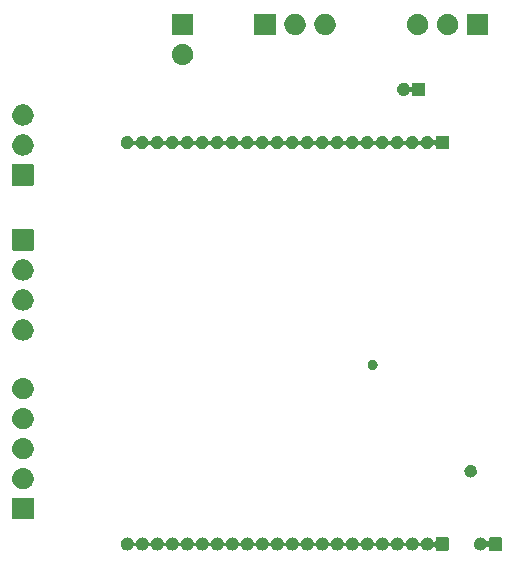
<source format=gbr>
G04 #@! TF.GenerationSoftware,KiCad,Pcbnew,5.99.0-unknown-f1fcf3f~86~ubuntu18.04.1*
G04 #@! TF.CreationDate,2020-01-20T18:37:53-05:00*
G04 #@! TF.ProjectId,module_benchmark_extension_board,6d6f6475-6c65-45f6-9265-6e63686d6172,rev?*
G04 #@! TF.SameCoordinates,Original*
G04 #@! TF.FileFunction,Soldermask,Bot*
G04 #@! TF.FilePolarity,Negative*
%FSLAX46Y46*%
G04 Gerber Fmt 4.6, Leading zero omitted, Abs format (unit mm)*
G04 Created by KiCad (PCBNEW 5.99.0-unknown-f1fcf3f~86~ubuntu18.04.1) date 2020-01-20 18:37:53*
%MOMM*%
%LPD*%
G04 APERTURE LIST*
G04 APERTURE END LIST*
G36*
X141247381Y-141446783D02*
G01*
X141270734Y-141445314D01*
X141321992Y-141456209D01*
X141365218Y-141461670D01*
X141386974Y-141470021D01*
X141418399Y-141476701D01*
X141457154Y-141496961D01*
X141489724Y-141509464D01*
X141515993Y-141527721D01*
X141552185Y-141546642D01*
X141577727Y-141570628D01*
X141599239Y-141585579D01*
X141626134Y-141616086D01*
X141662233Y-141649985D01*
X141675865Y-141672494D01*
X141687430Y-141685612D01*
X141709778Y-141728359D01*
X141758673Y-141779055D01*
X141827214Y-141795268D01*
X141893640Y-141771852D01*
X141936862Y-141716241D01*
X141945552Y-141670447D01*
X141945552Y-141512312D01*
X141951959Y-141480101D01*
X141963231Y-141463231D01*
X141980101Y-141451959D01*
X142012312Y-141445552D01*
X142987688Y-141445552D01*
X143019899Y-141451959D01*
X143036769Y-141463231D01*
X143048041Y-141480101D01*
X143054448Y-141512312D01*
X143054448Y-142487688D01*
X143051999Y-142500000D01*
X143048041Y-142519899D01*
X143036769Y-142536769D01*
X143019899Y-142548041D01*
X143000000Y-142551999D01*
X142987688Y-142554448D01*
X142012312Y-142554448D01*
X141980101Y-142548041D01*
X141963231Y-142536769D01*
X141951959Y-142519899D01*
X141945552Y-142487688D01*
X141945552Y-142329059D01*
X141925709Y-142261479D01*
X141872479Y-142215356D01*
X141802764Y-142205332D01*
X141738696Y-142234591D01*
X141715689Y-142263058D01*
X141704512Y-142280669D01*
X141680748Y-142323897D01*
X141668908Y-142336772D01*
X141654808Y-142358991D01*
X141618006Y-142392128D01*
X141590478Y-142422064D01*
X141568657Y-142436562D01*
X141542620Y-142460006D01*
X141506045Y-142478162D01*
X141479394Y-142495869D01*
X141446565Y-142507688D01*
X141407399Y-142527130D01*
X141375839Y-142533150D01*
X141353916Y-142541043D01*
X141310593Y-142545597D01*
X141259108Y-142555418D01*
X141235787Y-142553460D01*
X141221284Y-142554984D01*
X141169548Y-142547897D01*
X141108673Y-142542785D01*
X141094937Y-142537677D01*
X141089150Y-142536884D01*
X141032595Y-142514492D01*
X140967177Y-142490163D01*
X140908252Y-142447352D01*
X140856441Y-142410532D01*
X140854537Y-142408326D01*
X140845044Y-142401429D01*
X140805302Y-142351287D01*
X140769300Y-142309579D01*
X140764001Y-142299179D01*
X140751272Y-142283119D01*
X140729838Y-142232129D01*
X140708754Y-142190749D01*
X140704096Y-142170892D01*
X140692771Y-142143950D01*
X140686928Y-142097696D01*
X140678299Y-142060909D01*
X140678604Y-142031808D01*
X140673850Y-141994176D01*
X140679392Y-141956647D01*
X140679697Y-141927552D01*
X140689092Y-141890961D01*
X140695904Y-141844831D01*
X140707791Y-141818132D01*
X140712864Y-141798375D01*
X140734815Y-141757436D01*
X140757307Y-141706918D01*
X140770366Y-141691132D01*
X140775883Y-141680843D01*
X140812753Y-141639895D01*
X140853535Y-141590598D01*
X140863171Y-141583901D01*
X140865122Y-141581734D01*
X140917700Y-141546002D01*
X140977500Y-141504440D01*
X141043435Y-141481479D01*
X141100424Y-141460285D01*
X141106223Y-141459614D01*
X141120067Y-141454793D01*
X141181037Y-141450957D01*
X141232909Y-141444955D01*
X141247381Y-141446783D01*
G37*
G36*
X136747381Y-141446783D02*
G01*
X136770734Y-141445314D01*
X136821992Y-141456209D01*
X136865218Y-141461670D01*
X136886974Y-141470021D01*
X136918399Y-141476701D01*
X136957154Y-141496961D01*
X136989724Y-141509464D01*
X137015993Y-141527721D01*
X137052185Y-141546642D01*
X137077727Y-141570628D01*
X137099239Y-141585579D01*
X137126134Y-141616086D01*
X137162233Y-141649985D01*
X137175865Y-141672494D01*
X137187430Y-141685612D01*
X137209778Y-141728359D01*
X137258673Y-141779055D01*
X137327214Y-141795268D01*
X137393640Y-141771852D01*
X137436862Y-141716241D01*
X137445552Y-141670447D01*
X137445552Y-141512312D01*
X137451959Y-141480101D01*
X137463231Y-141463231D01*
X137480101Y-141451959D01*
X137512312Y-141445552D01*
X138487688Y-141445552D01*
X138519899Y-141451959D01*
X138536769Y-141463231D01*
X138548041Y-141480101D01*
X138554448Y-141512312D01*
X138554448Y-142487688D01*
X138551999Y-142500000D01*
X138548041Y-142519899D01*
X138536769Y-142536769D01*
X138519899Y-142548041D01*
X138500000Y-142551999D01*
X138487688Y-142554448D01*
X137512312Y-142554448D01*
X137480101Y-142548041D01*
X137463231Y-142536769D01*
X137451959Y-142519899D01*
X137445552Y-142487688D01*
X137445552Y-142329059D01*
X137425709Y-142261479D01*
X137372479Y-142215356D01*
X137302764Y-142205332D01*
X137238696Y-142234591D01*
X137215689Y-142263058D01*
X137204512Y-142280669D01*
X137180748Y-142323897D01*
X137168908Y-142336772D01*
X137154808Y-142358991D01*
X137118006Y-142392128D01*
X137090478Y-142422064D01*
X137068657Y-142436562D01*
X137042620Y-142460006D01*
X137006045Y-142478162D01*
X136979394Y-142495869D01*
X136946565Y-142507688D01*
X136907399Y-142527130D01*
X136875839Y-142533150D01*
X136853916Y-142541043D01*
X136810593Y-142545597D01*
X136759108Y-142555418D01*
X136735787Y-142553460D01*
X136721284Y-142554984D01*
X136669548Y-142547897D01*
X136608673Y-142542785D01*
X136594937Y-142537677D01*
X136589150Y-142536884D01*
X136532595Y-142514492D01*
X136467177Y-142490163D01*
X136408252Y-142447352D01*
X136356441Y-142410532D01*
X136354537Y-142408326D01*
X136345044Y-142401429D01*
X136305302Y-142351287D01*
X136269300Y-142309579D01*
X136264001Y-142299179D01*
X136251272Y-142283119D01*
X136229840Y-142232135D01*
X136206252Y-142185840D01*
X136157891Y-142134634D01*
X136089524Y-142117704D01*
X136022856Y-142140423D01*
X135984701Y-142195101D01*
X135982284Y-142193772D01*
X135970780Y-142214697D01*
X135965699Y-142231527D01*
X135934510Y-142280673D01*
X135910747Y-142323898D01*
X135898908Y-142336772D01*
X135884808Y-142358991D01*
X135848006Y-142392128D01*
X135820478Y-142422064D01*
X135798657Y-142436562D01*
X135772620Y-142460006D01*
X135736045Y-142478162D01*
X135709394Y-142495869D01*
X135676565Y-142507688D01*
X135637399Y-142527130D01*
X135605839Y-142533150D01*
X135583916Y-142541043D01*
X135540593Y-142545597D01*
X135489108Y-142555418D01*
X135465787Y-142553460D01*
X135451284Y-142554984D01*
X135399548Y-142547897D01*
X135338673Y-142542785D01*
X135324937Y-142537677D01*
X135319150Y-142536884D01*
X135262595Y-142514492D01*
X135197177Y-142490163D01*
X135138252Y-142447352D01*
X135086441Y-142410532D01*
X135084537Y-142408326D01*
X135075044Y-142401429D01*
X135035302Y-142351287D01*
X134999300Y-142309579D01*
X134994001Y-142299179D01*
X134981272Y-142283119D01*
X134959840Y-142232135D01*
X134936252Y-142185840D01*
X134887891Y-142134634D01*
X134819524Y-142117704D01*
X134752856Y-142140423D01*
X134714701Y-142195101D01*
X134712284Y-142193772D01*
X134700780Y-142214697D01*
X134695699Y-142231527D01*
X134664510Y-142280673D01*
X134640747Y-142323898D01*
X134628908Y-142336772D01*
X134614808Y-142358991D01*
X134578006Y-142392128D01*
X134550478Y-142422064D01*
X134528657Y-142436562D01*
X134502620Y-142460006D01*
X134466045Y-142478162D01*
X134439394Y-142495869D01*
X134406565Y-142507688D01*
X134367399Y-142527130D01*
X134335839Y-142533150D01*
X134313916Y-142541043D01*
X134270593Y-142545597D01*
X134219108Y-142555418D01*
X134195787Y-142553460D01*
X134181284Y-142554984D01*
X134129548Y-142547897D01*
X134068673Y-142542785D01*
X134054937Y-142537677D01*
X134049150Y-142536884D01*
X133992595Y-142514492D01*
X133927177Y-142490163D01*
X133868252Y-142447352D01*
X133816441Y-142410532D01*
X133814537Y-142408326D01*
X133805044Y-142401429D01*
X133765302Y-142351287D01*
X133729300Y-142309579D01*
X133724001Y-142299179D01*
X133711272Y-142283119D01*
X133689840Y-142232135D01*
X133666252Y-142185840D01*
X133617891Y-142134634D01*
X133549524Y-142117704D01*
X133482856Y-142140423D01*
X133444701Y-142195101D01*
X133442284Y-142193772D01*
X133430780Y-142214697D01*
X133425699Y-142231527D01*
X133394510Y-142280673D01*
X133370747Y-142323898D01*
X133358908Y-142336772D01*
X133344808Y-142358991D01*
X133308006Y-142392128D01*
X133280478Y-142422064D01*
X133258657Y-142436562D01*
X133232620Y-142460006D01*
X133196045Y-142478162D01*
X133169394Y-142495869D01*
X133136565Y-142507688D01*
X133097399Y-142527130D01*
X133065839Y-142533150D01*
X133043916Y-142541043D01*
X133000593Y-142545597D01*
X132949108Y-142555418D01*
X132925787Y-142553460D01*
X132911284Y-142554984D01*
X132859548Y-142547897D01*
X132798673Y-142542785D01*
X132784937Y-142537677D01*
X132779150Y-142536884D01*
X132722595Y-142514492D01*
X132657177Y-142490163D01*
X132598252Y-142447352D01*
X132546441Y-142410532D01*
X132544537Y-142408326D01*
X132535044Y-142401429D01*
X132495302Y-142351287D01*
X132459300Y-142309579D01*
X132454001Y-142299179D01*
X132441272Y-142283119D01*
X132419840Y-142232135D01*
X132396252Y-142185840D01*
X132347891Y-142134634D01*
X132279524Y-142117704D01*
X132212856Y-142140423D01*
X132174701Y-142195101D01*
X132172284Y-142193772D01*
X132160780Y-142214697D01*
X132155699Y-142231527D01*
X132124510Y-142280673D01*
X132100747Y-142323898D01*
X132088908Y-142336772D01*
X132074808Y-142358991D01*
X132038006Y-142392128D01*
X132010478Y-142422064D01*
X131988657Y-142436562D01*
X131962620Y-142460006D01*
X131926045Y-142478162D01*
X131899394Y-142495869D01*
X131866565Y-142507688D01*
X131827399Y-142527130D01*
X131795839Y-142533150D01*
X131773916Y-142541043D01*
X131730593Y-142545597D01*
X131679108Y-142555418D01*
X131655787Y-142553460D01*
X131641284Y-142554984D01*
X131589548Y-142547897D01*
X131528673Y-142542785D01*
X131514937Y-142537677D01*
X131509150Y-142536884D01*
X131452595Y-142514492D01*
X131387177Y-142490163D01*
X131328252Y-142447352D01*
X131276441Y-142410532D01*
X131274537Y-142408326D01*
X131265044Y-142401429D01*
X131225302Y-142351287D01*
X131189300Y-142309579D01*
X131184001Y-142299179D01*
X131171272Y-142283119D01*
X131149840Y-142232135D01*
X131126252Y-142185840D01*
X131077891Y-142134634D01*
X131009524Y-142117704D01*
X130942856Y-142140423D01*
X130904701Y-142195101D01*
X130902284Y-142193772D01*
X130890780Y-142214697D01*
X130885699Y-142231527D01*
X130854510Y-142280673D01*
X130830747Y-142323898D01*
X130818908Y-142336772D01*
X130804808Y-142358991D01*
X130768006Y-142392128D01*
X130740478Y-142422064D01*
X130718657Y-142436562D01*
X130692620Y-142460006D01*
X130656045Y-142478162D01*
X130629394Y-142495869D01*
X130596565Y-142507688D01*
X130557399Y-142527130D01*
X130525839Y-142533150D01*
X130503916Y-142541043D01*
X130460593Y-142545597D01*
X130409108Y-142555418D01*
X130385787Y-142553460D01*
X130371284Y-142554984D01*
X130319548Y-142547897D01*
X130258673Y-142542785D01*
X130244937Y-142537677D01*
X130239150Y-142536884D01*
X130182595Y-142514492D01*
X130117177Y-142490163D01*
X130058252Y-142447352D01*
X130006441Y-142410532D01*
X130004537Y-142408326D01*
X129995044Y-142401429D01*
X129955302Y-142351287D01*
X129919300Y-142309579D01*
X129914001Y-142299179D01*
X129901272Y-142283119D01*
X129879840Y-142232135D01*
X129856252Y-142185840D01*
X129807891Y-142134634D01*
X129739524Y-142117704D01*
X129672856Y-142140423D01*
X129634701Y-142195101D01*
X129632284Y-142193772D01*
X129620780Y-142214697D01*
X129615699Y-142231527D01*
X129584510Y-142280673D01*
X129560747Y-142323898D01*
X129548908Y-142336772D01*
X129534808Y-142358991D01*
X129498006Y-142392128D01*
X129470478Y-142422064D01*
X129448657Y-142436562D01*
X129422620Y-142460006D01*
X129386045Y-142478162D01*
X129359394Y-142495869D01*
X129326565Y-142507688D01*
X129287399Y-142527130D01*
X129255839Y-142533150D01*
X129233916Y-142541043D01*
X129190593Y-142545597D01*
X129139108Y-142555418D01*
X129115787Y-142553460D01*
X129101284Y-142554984D01*
X129049548Y-142547897D01*
X128988673Y-142542785D01*
X128974937Y-142537677D01*
X128969150Y-142536884D01*
X128912595Y-142514492D01*
X128847177Y-142490163D01*
X128788252Y-142447352D01*
X128736441Y-142410532D01*
X128734537Y-142408326D01*
X128725044Y-142401429D01*
X128685302Y-142351287D01*
X128649300Y-142309579D01*
X128644001Y-142299179D01*
X128631272Y-142283119D01*
X128609840Y-142232135D01*
X128586252Y-142185840D01*
X128537891Y-142134634D01*
X128469524Y-142117704D01*
X128402856Y-142140423D01*
X128364701Y-142195101D01*
X128362284Y-142193772D01*
X128350780Y-142214697D01*
X128345699Y-142231527D01*
X128314510Y-142280673D01*
X128290747Y-142323898D01*
X128278908Y-142336772D01*
X128264808Y-142358991D01*
X128228006Y-142392128D01*
X128200478Y-142422064D01*
X128178657Y-142436562D01*
X128152620Y-142460006D01*
X128116045Y-142478162D01*
X128089394Y-142495869D01*
X128056565Y-142507688D01*
X128017399Y-142527130D01*
X127985839Y-142533150D01*
X127963916Y-142541043D01*
X127920593Y-142545597D01*
X127869108Y-142555418D01*
X127845787Y-142553460D01*
X127831284Y-142554984D01*
X127779548Y-142547897D01*
X127718673Y-142542785D01*
X127704937Y-142537677D01*
X127699150Y-142536884D01*
X127642595Y-142514492D01*
X127577177Y-142490163D01*
X127518252Y-142447352D01*
X127466441Y-142410532D01*
X127464537Y-142408326D01*
X127455044Y-142401429D01*
X127415302Y-142351287D01*
X127379300Y-142309579D01*
X127374001Y-142299179D01*
X127361272Y-142283119D01*
X127339840Y-142232135D01*
X127316252Y-142185840D01*
X127267891Y-142134634D01*
X127199524Y-142117704D01*
X127132856Y-142140423D01*
X127094701Y-142195101D01*
X127092284Y-142193772D01*
X127080780Y-142214697D01*
X127075699Y-142231527D01*
X127044510Y-142280673D01*
X127020747Y-142323898D01*
X127008908Y-142336772D01*
X126994808Y-142358991D01*
X126958006Y-142392128D01*
X126930478Y-142422064D01*
X126908657Y-142436562D01*
X126882620Y-142460006D01*
X126846045Y-142478162D01*
X126819394Y-142495869D01*
X126786565Y-142507688D01*
X126747399Y-142527130D01*
X126715839Y-142533150D01*
X126693916Y-142541043D01*
X126650593Y-142545597D01*
X126599108Y-142555418D01*
X126575787Y-142553460D01*
X126561284Y-142554984D01*
X126509548Y-142547897D01*
X126448673Y-142542785D01*
X126434937Y-142537677D01*
X126429150Y-142536884D01*
X126372595Y-142514492D01*
X126307177Y-142490163D01*
X126248252Y-142447352D01*
X126196441Y-142410532D01*
X126194537Y-142408326D01*
X126185044Y-142401429D01*
X126145302Y-142351287D01*
X126109300Y-142309579D01*
X126104001Y-142299179D01*
X126091272Y-142283119D01*
X126069840Y-142232135D01*
X126046252Y-142185840D01*
X125997891Y-142134634D01*
X125929524Y-142117704D01*
X125862856Y-142140423D01*
X125824701Y-142195101D01*
X125822284Y-142193772D01*
X125810780Y-142214697D01*
X125805699Y-142231527D01*
X125774510Y-142280673D01*
X125750747Y-142323898D01*
X125738908Y-142336772D01*
X125724808Y-142358991D01*
X125688006Y-142392128D01*
X125660478Y-142422064D01*
X125638657Y-142436562D01*
X125612620Y-142460006D01*
X125576045Y-142478162D01*
X125549394Y-142495869D01*
X125516565Y-142507688D01*
X125477399Y-142527130D01*
X125445839Y-142533150D01*
X125423916Y-142541043D01*
X125380593Y-142545597D01*
X125329108Y-142555418D01*
X125305787Y-142553460D01*
X125291284Y-142554984D01*
X125239548Y-142547897D01*
X125178673Y-142542785D01*
X125164937Y-142537677D01*
X125159150Y-142536884D01*
X125102595Y-142514492D01*
X125037177Y-142490163D01*
X124978252Y-142447352D01*
X124926441Y-142410532D01*
X124924537Y-142408326D01*
X124915044Y-142401429D01*
X124875302Y-142351287D01*
X124839300Y-142309579D01*
X124834001Y-142299179D01*
X124821272Y-142283119D01*
X124799840Y-142232135D01*
X124776252Y-142185840D01*
X124727891Y-142134634D01*
X124659524Y-142117704D01*
X124592856Y-142140423D01*
X124554701Y-142195101D01*
X124552284Y-142193772D01*
X124540780Y-142214697D01*
X124535699Y-142231527D01*
X124504510Y-142280673D01*
X124480747Y-142323898D01*
X124468908Y-142336772D01*
X124454808Y-142358991D01*
X124418006Y-142392128D01*
X124390478Y-142422064D01*
X124368657Y-142436562D01*
X124342620Y-142460006D01*
X124306045Y-142478162D01*
X124279394Y-142495869D01*
X124246565Y-142507688D01*
X124207399Y-142527130D01*
X124175839Y-142533150D01*
X124153916Y-142541043D01*
X124110593Y-142545597D01*
X124059108Y-142555418D01*
X124035787Y-142553460D01*
X124021284Y-142554984D01*
X123969548Y-142547897D01*
X123908673Y-142542785D01*
X123894937Y-142537677D01*
X123889150Y-142536884D01*
X123832595Y-142514492D01*
X123767177Y-142490163D01*
X123708252Y-142447352D01*
X123656441Y-142410532D01*
X123654537Y-142408326D01*
X123645044Y-142401429D01*
X123605302Y-142351287D01*
X123569300Y-142309579D01*
X123564001Y-142299179D01*
X123551272Y-142283119D01*
X123529840Y-142232135D01*
X123506252Y-142185840D01*
X123457891Y-142134634D01*
X123389524Y-142117704D01*
X123322856Y-142140423D01*
X123284701Y-142195101D01*
X123282284Y-142193772D01*
X123270780Y-142214697D01*
X123265699Y-142231527D01*
X123234510Y-142280673D01*
X123210747Y-142323898D01*
X123198908Y-142336772D01*
X123184808Y-142358991D01*
X123148006Y-142392128D01*
X123120478Y-142422064D01*
X123098657Y-142436562D01*
X123072620Y-142460006D01*
X123036045Y-142478162D01*
X123009394Y-142495869D01*
X122976565Y-142507688D01*
X122937399Y-142527130D01*
X122905839Y-142533150D01*
X122883916Y-142541043D01*
X122840593Y-142545597D01*
X122789108Y-142555418D01*
X122765787Y-142553460D01*
X122751284Y-142554984D01*
X122699548Y-142547897D01*
X122638673Y-142542785D01*
X122624937Y-142537677D01*
X122619150Y-142536884D01*
X122562595Y-142514492D01*
X122497177Y-142490163D01*
X122438252Y-142447352D01*
X122386441Y-142410532D01*
X122384537Y-142408326D01*
X122375044Y-142401429D01*
X122335302Y-142351287D01*
X122299300Y-142309579D01*
X122294001Y-142299179D01*
X122281272Y-142283119D01*
X122259840Y-142232135D01*
X122236252Y-142185840D01*
X122187891Y-142134634D01*
X122119524Y-142117704D01*
X122052856Y-142140423D01*
X122014701Y-142195101D01*
X122012284Y-142193772D01*
X122000780Y-142214697D01*
X121995699Y-142231527D01*
X121964510Y-142280673D01*
X121940747Y-142323898D01*
X121928908Y-142336772D01*
X121914808Y-142358991D01*
X121878006Y-142392128D01*
X121850478Y-142422064D01*
X121828657Y-142436562D01*
X121802620Y-142460006D01*
X121766045Y-142478162D01*
X121739394Y-142495869D01*
X121706565Y-142507688D01*
X121667399Y-142527130D01*
X121635839Y-142533150D01*
X121613916Y-142541043D01*
X121570593Y-142545597D01*
X121519108Y-142555418D01*
X121495787Y-142553460D01*
X121481284Y-142554984D01*
X121429548Y-142547897D01*
X121368673Y-142542785D01*
X121354937Y-142537677D01*
X121349150Y-142536884D01*
X121292595Y-142514492D01*
X121227177Y-142490163D01*
X121168252Y-142447352D01*
X121116441Y-142410532D01*
X121114537Y-142408326D01*
X121105044Y-142401429D01*
X121065302Y-142351287D01*
X121029300Y-142309579D01*
X121024001Y-142299179D01*
X121011272Y-142283119D01*
X120989840Y-142232135D01*
X120966252Y-142185840D01*
X120917891Y-142134634D01*
X120849524Y-142117704D01*
X120782856Y-142140423D01*
X120744701Y-142195101D01*
X120742284Y-142193772D01*
X120730780Y-142214697D01*
X120725699Y-142231527D01*
X120694510Y-142280673D01*
X120670747Y-142323898D01*
X120658908Y-142336772D01*
X120644808Y-142358991D01*
X120608006Y-142392128D01*
X120580478Y-142422064D01*
X120558657Y-142436562D01*
X120532620Y-142460006D01*
X120496045Y-142478162D01*
X120469394Y-142495869D01*
X120436565Y-142507688D01*
X120397399Y-142527130D01*
X120365839Y-142533150D01*
X120343916Y-142541043D01*
X120300593Y-142545597D01*
X120249108Y-142555418D01*
X120225787Y-142553460D01*
X120211284Y-142554984D01*
X120159548Y-142547897D01*
X120098673Y-142542785D01*
X120084937Y-142537677D01*
X120079150Y-142536884D01*
X120022595Y-142514492D01*
X119957177Y-142490163D01*
X119898252Y-142447352D01*
X119846441Y-142410532D01*
X119844537Y-142408326D01*
X119835044Y-142401429D01*
X119795302Y-142351287D01*
X119759300Y-142309579D01*
X119754001Y-142299179D01*
X119741272Y-142283119D01*
X119719840Y-142232135D01*
X119696252Y-142185840D01*
X119647891Y-142134634D01*
X119579524Y-142117704D01*
X119512856Y-142140423D01*
X119474701Y-142195101D01*
X119472284Y-142193772D01*
X119460780Y-142214697D01*
X119455699Y-142231527D01*
X119424510Y-142280673D01*
X119400747Y-142323898D01*
X119388908Y-142336772D01*
X119374808Y-142358991D01*
X119338006Y-142392128D01*
X119310478Y-142422064D01*
X119288657Y-142436562D01*
X119262620Y-142460006D01*
X119226045Y-142478162D01*
X119199394Y-142495869D01*
X119166565Y-142507688D01*
X119127399Y-142527130D01*
X119095839Y-142533150D01*
X119073916Y-142541043D01*
X119030593Y-142545597D01*
X118979108Y-142555418D01*
X118955787Y-142553460D01*
X118941284Y-142554984D01*
X118889548Y-142547897D01*
X118828673Y-142542785D01*
X118814937Y-142537677D01*
X118809150Y-142536884D01*
X118752595Y-142514492D01*
X118687177Y-142490163D01*
X118628252Y-142447352D01*
X118576441Y-142410532D01*
X118574537Y-142408326D01*
X118565044Y-142401429D01*
X118525302Y-142351287D01*
X118489300Y-142309579D01*
X118484001Y-142299179D01*
X118471272Y-142283119D01*
X118449840Y-142232135D01*
X118426252Y-142185840D01*
X118377891Y-142134634D01*
X118309524Y-142117704D01*
X118242856Y-142140423D01*
X118204701Y-142195101D01*
X118202284Y-142193772D01*
X118190780Y-142214697D01*
X118185699Y-142231527D01*
X118154510Y-142280673D01*
X118130747Y-142323898D01*
X118118908Y-142336772D01*
X118104808Y-142358991D01*
X118068006Y-142392128D01*
X118040478Y-142422064D01*
X118018657Y-142436562D01*
X117992620Y-142460006D01*
X117956045Y-142478162D01*
X117929394Y-142495869D01*
X117896565Y-142507688D01*
X117857399Y-142527130D01*
X117825839Y-142533150D01*
X117803916Y-142541043D01*
X117760593Y-142545597D01*
X117709108Y-142555418D01*
X117685787Y-142553460D01*
X117671284Y-142554984D01*
X117619548Y-142547897D01*
X117558673Y-142542785D01*
X117544937Y-142537677D01*
X117539150Y-142536884D01*
X117482595Y-142514492D01*
X117417177Y-142490163D01*
X117358252Y-142447352D01*
X117306441Y-142410532D01*
X117304537Y-142408326D01*
X117295044Y-142401429D01*
X117255302Y-142351287D01*
X117219300Y-142309579D01*
X117214001Y-142299179D01*
X117201272Y-142283119D01*
X117179840Y-142232135D01*
X117156252Y-142185840D01*
X117107891Y-142134634D01*
X117039524Y-142117704D01*
X116972856Y-142140423D01*
X116934701Y-142195101D01*
X116932284Y-142193772D01*
X116920780Y-142214697D01*
X116915699Y-142231527D01*
X116884510Y-142280673D01*
X116860747Y-142323898D01*
X116848908Y-142336772D01*
X116834808Y-142358991D01*
X116798006Y-142392128D01*
X116770478Y-142422064D01*
X116748657Y-142436562D01*
X116722620Y-142460006D01*
X116686045Y-142478162D01*
X116659394Y-142495869D01*
X116626565Y-142507688D01*
X116587399Y-142527130D01*
X116555839Y-142533150D01*
X116533916Y-142541043D01*
X116490593Y-142545597D01*
X116439108Y-142555418D01*
X116415787Y-142553460D01*
X116401284Y-142554984D01*
X116349548Y-142547897D01*
X116288673Y-142542785D01*
X116274937Y-142537677D01*
X116269150Y-142536884D01*
X116212595Y-142514492D01*
X116147177Y-142490163D01*
X116088252Y-142447352D01*
X116036441Y-142410532D01*
X116034537Y-142408326D01*
X116025044Y-142401429D01*
X115985302Y-142351287D01*
X115949300Y-142309579D01*
X115944001Y-142299179D01*
X115931272Y-142283119D01*
X115909840Y-142232135D01*
X115886252Y-142185840D01*
X115837891Y-142134634D01*
X115769524Y-142117704D01*
X115702856Y-142140423D01*
X115664701Y-142195101D01*
X115662284Y-142193772D01*
X115650780Y-142214697D01*
X115645699Y-142231527D01*
X115614510Y-142280673D01*
X115590747Y-142323898D01*
X115578908Y-142336772D01*
X115564808Y-142358991D01*
X115528006Y-142392128D01*
X115500478Y-142422064D01*
X115478657Y-142436562D01*
X115452620Y-142460006D01*
X115416045Y-142478162D01*
X115389394Y-142495869D01*
X115356565Y-142507688D01*
X115317399Y-142527130D01*
X115285839Y-142533150D01*
X115263916Y-142541043D01*
X115220593Y-142545597D01*
X115169108Y-142555418D01*
X115145787Y-142553460D01*
X115131284Y-142554984D01*
X115079548Y-142547897D01*
X115018673Y-142542785D01*
X115004937Y-142537677D01*
X114999150Y-142536884D01*
X114942595Y-142514492D01*
X114877177Y-142490163D01*
X114818252Y-142447352D01*
X114766441Y-142410532D01*
X114764537Y-142408326D01*
X114755044Y-142401429D01*
X114715302Y-142351287D01*
X114679300Y-142309579D01*
X114674001Y-142299179D01*
X114661272Y-142283119D01*
X114639840Y-142232135D01*
X114616252Y-142185840D01*
X114567891Y-142134634D01*
X114499524Y-142117704D01*
X114432856Y-142140423D01*
X114394701Y-142195101D01*
X114392284Y-142193772D01*
X114380780Y-142214697D01*
X114375699Y-142231527D01*
X114344510Y-142280673D01*
X114320747Y-142323898D01*
X114308908Y-142336772D01*
X114294808Y-142358991D01*
X114258006Y-142392128D01*
X114230478Y-142422064D01*
X114208657Y-142436562D01*
X114182620Y-142460006D01*
X114146045Y-142478162D01*
X114119394Y-142495869D01*
X114086565Y-142507688D01*
X114047399Y-142527130D01*
X114015839Y-142533150D01*
X113993916Y-142541043D01*
X113950593Y-142545597D01*
X113899108Y-142555418D01*
X113875787Y-142553460D01*
X113861284Y-142554984D01*
X113809548Y-142547897D01*
X113748673Y-142542785D01*
X113734937Y-142537677D01*
X113729150Y-142536884D01*
X113672595Y-142514492D01*
X113607177Y-142490163D01*
X113548252Y-142447352D01*
X113496441Y-142410532D01*
X113494537Y-142408326D01*
X113485044Y-142401429D01*
X113445302Y-142351287D01*
X113409300Y-142309579D01*
X113404001Y-142299179D01*
X113391272Y-142283119D01*
X113369840Y-142232135D01*
X113346252Y-142185840D01*
X113297891Y-142134634D01*
X113229524Y-142117704D01*
X113162856Y-142140423D01*
X113124701Y-142195101D01*
X113122284Y-142193772D01*
X113110780Y-142214697D01*
X113105699Y-142231527D01*
X113074510Y-142280673D01*
X113050747Y-142323898D01*
X113038908Y-142336772D01*
X113024808Y-142358991D01*
X112988006Y-142392128D01*
X112960478Y-142422064D01*
X112938657Y-142436562D01*
X112912620Y-142460006D01*
X112876045Y-142478162D01*
X112849394Y-142495869D01*
X112816565Y-142507688D01*
X112777399Y-142527130D01*
X112745839Y-142533150D01*
X112723916Y-142541043D01*
X112680593Y-142545597D01*
X112629108Y-142555418D01*
X112605787Y-142553460D01*
X112591284Y-142554984D01*
X112539548Y-142547897D01*
X112478673Y-142542785D01*
X112464937Y-142537677D01*
X112459150Y-142536884D01*
X112402595Y-142514492D01*
X112337177Y-142490163D01*
X112278252Y-142447352D01*
X112226441Y-142410532D01*
X112224537Y-142408326D01*
X112215044Y-142401429D01*
X112175302Y-142351287D01*
X112139300Y-142309579D01*
X112134001Y-142299179D01*
X112121272Y-142283119D01*
X112099840Y-142232135D01*
X112076252Y-142185840D01*
X112027891Y-142134634D01*
X111959524Y-142117704D01*
X111892856Y-142140423D01*
X111854701Y-142195101D01*
X111852284Y-142193772D01*
X111840780Y-142214697D01*
X111835699Y-142231527D01*
X111804510Y-142280673D01*
X111780747Y-142323898D01*
X111768908Y-142336772D01*
X111754808Y-142358991D01*
X111718006Y-142392128D01*
X111690478Y-142422064D01*
X111668657Y-142436562D01*
X111642620Y-142460006D01*
X111606045Y-142478162D01*
X111579394Y-142495869D01*
X111546565Y-142507688D01*
X111507399Y-142527130D01*
X111475839Y-142533150D01*
X111453916Y-142541043D01*
X111410593Y-142545597D01*
X111359108Y-142555418D01*
X111335787Y-142553460D01*
X111321284Y-142554984D01*
X111269548Y-142547897D01*
X111208673Y-142542785D01*
X111194937Y-142537677D01*
X111189150Y-142536884D01*
X111132595Y-142514492D01*
X111067177Y-142490163D01*
X111008252Y-142447352D01*
X110956441Y-142410532D01*
X110954537Y-142408326D01*
X110945044Y-142401429D01*
X110905302Y-142351287D01*
X110869300Y-142309579D01*
X110864001Y-142299179D01*
X110851272Y-142283119D01*
X110829838Y-142232129D01*
X110808754Y-142190749D01*
X110804096Y-142170892D01*
X110792771Y-142143950D01*
X110786928Y-142097696D01*
X110778299Y-142060909D01*
X110778604Y-142031808D01*
X110773850Y-141994176D01*
X110779392Y-141956647D01*
X110779697Y-141927552D01*
X110789092Y-141890961D01*
X110795904Y-141844831D01*
X110807791Y-141818132D01*
X110812864Y-141798375D01*
X110834815Y-141757436D01*
X110857307Y-141706918D01*
X110870366Y-141691132D01*
X110875883Y-141680843D01*
X110912753Y-141639895D01*
X110953535Y-141590598D01*
X110963171Y-141583901D01*
X110965122Y-141581734D01*
X111017700Y-141546002D01*
X111077500Y-141504440D01*
X111143435Y-141481479D01*
X111200424Y-141460285D01*
X111206223Y-141459614D01*
X111220067Y-141454793D01*
X111281037Y-141450957D01*
X111332909Y-141444955D01*
X111347381Y-141446783D01*
X111370734Y-141445314D01*
X111421992Y-141456209D01*
X111465218Y-141461670D01*
X111486974Y-141470021D01*
X111518399Y-141476701D01*
X111557154Y-141496961D01*
X111589724Y-141509464D01*
X111615993Y-141527721D01*
X111652185Y-141546642D01*
X111677727Y-141570628D01*
X111699239Y-141585579D01*
X111726135Y-141616086D01*
X111762233Y-141649985D01*
X111775865Y-141672493D01*
X111787433Y-141685615D01*
X111810288Y-141729333D01*
X111840437Y-141779114D01*
X111845164Y-141796043D01*
X111854110Y-141813156D01*
X111903004Y-141863852D01*
X111971545Y-141880065D01*
X112037971Y-141856649D01*
X112070536Y-141808930D01*
X112075715Y-141811707D01*
X112104816Y-141757433D01*
X112127307Y-141706918D01*
X112140366Y-141691132D01*
X112145883Y-141680843D01*
X112182753Y-141639895D01*
X112223535Y-141590598D01*
X112233171Y-141583901D01*
X112235122Y-141581734D01*
X112287700Y-141546002D01*
X112347500Y-141504440D01*
X112413435Y-141481479D01*
X112470424Y-141460285D01*
X112476223Y-141459614D01*
X112490067Y-141454793D01*
X112551037Y-141450957D01*
X112602909Y-141444955D01*
X112617381Y-141446783D01*
X112640734Y-141445314D01*
X112691992Y-141456209D01*
X112735218Y-141461670D01*
X112756974Y-141470021D01*
X112788399Y-141476701D01*
X112827154Y-141496961D01*
X112859724Y-141509464D01*
X112885993Y-141527721D01*
X112922185Y-141546642D01*
X112947727Y-141570628D01*
X112969239Y-141585579D01*
X112996135Y-141616086D01*
X113032233Y-141649985D01*
X113045865Y-141672493D01*
X113057433Y-141685615D01*
X113080288Y-141729333D01*
X113110437Y-141779114D01*
X113115164Y-141796043D01*
X113124110Y-141813156D01*
X113173004Y-141863852D01*
X113241545Y-141880065D01*
X113307971Y-141856649D01*
X113340536Y-141808930D01*
X113345715Y-141811707D01*
X113374816Y-141757433D01*
X113397307Y-141706918D01*
X113410366Y-141691132D01*
X113415883Y-141680843D01*
X113452753Y-141639895D01*
X113493535Y-141590598D01*
X113503171Y-141583901D01*
X113505122Y-141581734D01*
X113557700Y-141546002D01*
X113617500Y-141504440D01*
X113683435Y-141481479D01*
X113740424Y-141460285D01*
X113746223Y-141459614D01*
X113760067Y-141454793D01*
X113821037Y-141450957D01*
X113872909Y-141444955D01*
X113887381Y-141446783D01*
X113910734Y-141445314D01*
X113961992Y-141456209D01*
X114005218Y-141461670D01*
X114026974Y-141470021D01*
X114058399Y-141476701D01*
X114097154Y-141496961D01*
X114129724Y-141509464D01*
X114155993Y-141527721D01*
X114192185Y-141546642D01*
X114217727Y-141570628D01*
X114239239Y-141585579D01*
X114266135Y-141616086D01*
X114302233Y-141649985D01*
X114315865Y-141672493D01*
X114327433Y-141685615D01*
X114350288Y-141729333D01*
X114380437Y-141779114D01*
X114385164Y-141796043D01*
X114394110Y-141813156D01*
X114443004Y-141863852D01*
X114511545Y-141880065D01*
X114577971Y-141856649D01*
X114610536Y-141808930D01*
X114615715Y-141811707D01*
X114644816Y-141757433D01*
X114667307Y-141706918D01*
X114680366Y-141691132D01*
X114685883Y-141680843D01*
X114722753Y-141639895D01*
X114763535Y-141590598D01*
X114773171Y-141583901D01*
X114775122Y-141581734D01*
X114827700Y-141546002D01*
X114887500Y-141504440D01*
X114953435Y-141481479D01*
X115010424Y-141460285D01*
X115016223Y-141459614D01*
X115030067Y-141454793D01*
X115091037Y-141450957D01*
X115142909Y-141444955D01*
X115157381Y-141446783D01*
X115180734Y-141445314D01*
X115231992Y-141456209D01*
X115275218Y-141461670D01*
X115296974Y-141470021D01*
X115328399Y-141476701D01*
X115367154Y-141496961D01*
X115399724Y-141509464D01*
X115425993Y-141527721D01*
X115462185Y-141546642D01*
X115487727Y-141570628D01*
X115509239Y-141585579D01*
X115536135Y-141616086D01*
X115572233Y-141649985D01*
X115585865Y-141672493D01*
X115597433Y-141685615D01*
X115620288Y-141729333D01*
X115650437Y-141779114D01*
X115655164Y-141796043D01*
X115664110Y-141813156D01*
X115713004Y-141863852D01*
X115781545Y-141880065D01*
X115847971Y-141856649D01*
X115880536Y-141808930D01*
X115885715Y-141811707D01*
X115914816Y-141757433D01*
X115937307Y-141706918D01*
X115950366Y-141691132D01*
X115955883Y-141680843D01*
X115992753Y-141639895D01*
X116033535Y-141590598D01*
X116043171Y-141583901D01*
X116045122Y-141581734D01*
X116097700Y-141546002D01*
X116157500Y-141504440D01*
X116223435Y-141481479D01*
X116280424Y-141460285D01*
X116286223Y-141459614D01*
X116300067Y-141454793D01*
X116361037Y-141450957D01*
X116412909Y-141444955D01*
X116427381Y-141446783D01*
X116450734Y-141445314D01*
X116501992Y-141456209D01*
X116545218Y-141461670D01*
X116566974Y-141470021D01*
X116598399Y-141476701D01*
X116637154Y-141496961D01*
X116669724Y-141509464D01*
X116695993Y-141527721D01*
X116732185Y-141546642D01*
X116757727Y-141570628D01*
X116779239Y-141585579D01*
X116806135Y-141616086D01*
X116842233Y-141649985D01*
X116855865Y-141672493D01*
X116867433Y-141685615D01*
X116890288Y-141729333D01*
X116920437Y-141779114D01*
X116925164Y-141796043D01*
X116934110Y-141813156D01*
X116983004Y-141863852D01*
X117051545Y-141880065D01*
X117117971Y-141856649D01*
X117150536Y-141808930D01*
X117155715Y-141811707D01*
X117184816Y-141757433D01*
X117207307Y-141706918D01*
X117220366Y-141691132D01*
X117225883Y-141680843D01*
X117262753Y-141639895D01*
X117303535Y-141590598D01*
X117313171Y-141583901D01*
X117315122Y-141581734D01*
X117367700Y-141546002D01*
X117427500Y-141504440D01*
X117493435Y-141481479D01*
X117550424Y-141460285D01*
X117556223Y-141459614D01*
X117570067Y-141454793D01*
X117631037Y-141450957D01*
X117682909Y-141444955D01*
X117697381Y-141446783D01*
X117720734Y-141445314D01*
X117771992Y-141456209D01*
X117815218Y-141461670D01*
X117836974Y-141470021D01*
X117868399Y-141476701D01*
X117907154Y-141496961D01*
X117939724Y-141509464D01*
X117965993Y-141527721D01*
X118002185Y-141546642D01*
X118027727Y-141570628D01*
X118049239Y-141585579D01*
X118076135Y-141616086D01*
X118112233Y-141649985D01*
X118125865Y-141672493D01*
X118137433Y-141685615D01*
X118160288Y-141729333D01*
X118190437Y-141779114D01*
X118195164Y-141796043D01*
X118204110Y-141813156D01*
X118253004Y-141863852D01*
X118321545Y-141880065D01*
X118387971Y-141856649D01*
X118420536Y-141808930D01*
X118425715Y-141811707D01*
X118454816Y-141757433D01*
X118477307Y-141706918D01*
X118490366Y-141691132D01*
X118495883Y-141680843D01*
X118532753Y-141639895D01*
X118573535Y-141590598D01*
X118583171Y-141583901D01*
X118585122Y-141581734D01*
X118637700Y-141546002D01*
X118697500Y-141504440D01*
X118763435Y-141481479D01*
X118820424Y-141460285D01*
X118826223Y-141459614D01*
X118840067Y-141454793D01*
X118901037Y-141450957D01*
X118952909Y-141444955D01*
X118967381Y-141446783D01*
X118990734Y-141445314D01*
X119041992Y-141456209D01*
X119085218Y-141461670D01*
X119106974Y-141470021D01*
X119138399Y-141476701D01*
X119177154Y-141496961D01*
X119209724Y-141509464D01*
X119235993Y-141527721D01*
X119272185Y-141546642D01*
X119297727Y-141570628D01*
X119319239Y-141585579D01*
X119346135Y-141616086D01*
X119382233Y-141649985D01*
X119395865Y-141672493D01*
X119407433Y-141685615D01*
X119430288Y-141729333D01*
X119460437Y-141779114D01*
X119465164Y-141796043D01*
X119474110Y-141813156D01*
X119523004Y-141863852D01*
X119591545Y-141880065D01*
X119657971Y-141856649D01*
X119690536Y-141808930D01*
X119695715Y-141811707D01*
X119724816Y-141757433D01*
X119747307Y-141706918D01*
X119760366Y-141691132D01*
X119765883Y-141680843D01*
X119802753Y-141639895D01*
X119843535Y-141590598D01*
X119853171Y-141583901D01*
X119855122Y-141581734D01*
X119907700Y-141546002D01*
X119967500Y-141504440D01*
X120033435Y-141481479D01*
X120090424Y-141460285D01*
X120096223Y-141459614D01*
X120110067Y-141454793D01*
X120171037Y-141450957D01*
X120222909Y-141444955D01*
X120237381Y-141446783D01*
X120260734Y-141445314D01*
X120311992Y-141456209D01*
X120355218Y-141461670D01*
X120376974Y-141470021D01*
X120408399Y-141476701D01*
X120447154Y-141496961D01*
X120479724Y-141509464D01*
X120505993Y-141527721D01*
X120542185Y-141546642D01*
X120567727Y-141570628D01*
X120589239Y-141585579D01*
X120616135Y-141616086D01*
X120652233Y-141649985D01*
X120665865Y-141672493D01*
X120677433Y-141685615D01*
X120700288Y-141729333D01*
X120730437Y-141779114D01*
X120735164Y-141796043D01*
X120744110Y-141813156D01*
X120793004Y-141863852D01*
X120861545Y-141880065D01*
X120927971Y-141856649D01*
X120960536Y-141808930D01*
X120965715Y-141811707D01*
X120994816Y-141757433D01*
X121017307Y-141706918D01*
X121030366Y-141691132D01*
X121035883Y-141680843D01*
X121072753Y-141639895D01*
X121113535Y-141590598D01*
X121123171Y-141583901D01*
X121125122Y-141581734D01*
X121177700Y-141546002D01*
X121237500Y-141504440D01*
X121303435Y-141481479D01*
X121360424Y-141460285D01*
X121366223Y-141459614D01*
X121380067Y-141454793D01*
X121441037Y-141450957D01*
X121492909Y-141444955D01*
X121507381Y-141446783D01*
X121530734Y-141445314D01*
X121581992Y-141456209D01*
X121625218Y-141461670D01*
X121646974Y-141470021D01*
X121678399Y-141476701D01*
X121717154Y-141496961D01*
X121749724Y-141509464D01*
X121775993Y-141527721D01*
X121812185Y-141546642D01*
X121837727Y-141570628D01*
X121859239Y-141585579D01*
X121886135Y-141616086D01*
X121922233Y-141649985D01*
X121935865Y-141672493D01*
X121947433Y-141685615D01*
X121970288Y-141729333D01*
X122000437Y-141779114D01*
X122005164Y-141796043D01*
X122014110Y-141813156D01*
X122063004Y-141863852D01*
X122131545Y-141880065D01*
X122197971Y-141856649D01*
X122230536Y-141808930D01*
X122235715Y-141811707D01*
X122264816Y-141757433D01*
X122287307Y-141706918D01*
X122300366Y-141691132D01*
X122305883Y-141680843D01*
X122342753Y-141639895D01*
X122383535Y-141590598D01*
X122393171Y-141583901D01*
X122395122Y-141581734D01*
X122447700Y-141546002D01*
X122507500Y-141504440D01*
X122573435Y-141481479D01*
X122630424Y-141460285D01*
X122636223Y-141459614D01*
X122650067Y-141454793D01*
X122711037Y-141450957D01*
X122762909Y-141444955D01*
X122777381Y-141446783D01*
X122800734Y-141445314D01*
X122851992Y-141456209D01*
X122895218Y-141461670D01*
X122916974Y-141470021D01*
X122948399Y-141476701D01*
X122987154Y-141496961D01*
X123019724Y-141509464D01*
X123045993Y-141527721D01*
X123082185Y-141546642D01*
X123107727Y-141570628D01*
X123129239Y-141585579D01*
X123156135Y-141616086D01*
X123192233Y-141649985D01*
X123205865Y-141672493D01*
X123217433Y-141685615D01*
X123240288Y-141729333D01*
X123270437Y-141779114D01*
X123275164Y-141796043D01*
X123284110Y-141813156D01*
X123333004Y-141863852D01*
X123401545Y-141880065D01*
X123467971Y-141856649D01*
X123500536Y-141808930D01*
X123505715Y-141811707D01*
X123534816Y-141757433D01*
X123557307Y-141706918D01*
X123570366Y-141691132D01*
X123575883Y-141680843D01*
X123612753Y-141639895D01*
X123653535Y-141590598D01*
X123663171Y-141583901D01*
X123665122Y-141581734D01*
X123717700Y-141546002D01*
X123777500Y-141504440D01*
X123843435Y-141481479D01*
X123900424Y-141460285D01*
X123906223Y-141459614D01*
X123920067Y-141454793D01*
X123981037Y-141450957D01*
X124032909Y-141444955D01*
X124047381Y-141446783D01*
X124070734Y-141445314D01*
X124121992Y-141456209D01*
X124165218Y-141461670D01*
X124186974Y-141470021D01*
X124218399Y-141476701D01*
X124257154Y-141496961D01*
X124289724Y-141509464D01*
X124315993Y-141527721D01*
X124352185Y-141546642D01*
X124377727Y-141570628D01*
X124399239Y-141585579D01*
X124426135Y-141616086D01*
X124462233Y-141649985D01*
X124475865Y-141672493D01*
X124487433Y-141685615D01*
X124510288Y-141729333D01*
X124540437Y-141779114D01*
X124545164Y-141796043D01*
X124554110Y-141813156D01*
X124603004Y-141863852D01*
X124671545Y-141880065D01*
X124737971Y-141856649D01*
X124770536Y-141808930D01*
X124775715Y-141811707D01*
X124804816Y-141757433D01*
X124827307Y-141706918D01*
X124840366Y-141691132D01*
X124845883Y-141680843D01*
X124882753Y-141639895D01*
X124923535Y-141590598D01*
X124933171Y-141583901D01*
X124935122Y-141581734D01*
X124987700Y-141546002D01*
X125047500Y-141504440D01*
X125113435Y-141481479D01*
X125170424Y-141460285D01*
X125176223Y-141459614D01*
X125190067Y-141454793D01*
X125251037Y-141450957D01*
X125302909Y-141444955D01*
X125317381Y-141446783D01*
X125340734Y-141445314D01*
X125391992Y-141456209D01*
X125435218Y-141461670D01*
X125456974Y-141470021D01*
X125488399Y-141476701D01*
X125527154Y-141496961D01*
X125559724Y-141509464D01*
X125585993Y-141527721D01*
X125622185Y-141546642D01*
X125647727Y-141570628D01*
X125669239Y-141585579D01*
X125696135Y-141616086D01*
X125732233Y-141649985D01*
X125745865Y-141672493D01*
X125757433Y-141685615D01*
X125780288Y-141729333D01*
X125810437Y-141779114D01*
X125815164Y-141796043D01*
X125824110Y-141813156D01*
X125873004Y-141863852D01*
X125941545Y-141880065D01*
X126007971Y-141856649D01*
X126040536Y-141808930D01*
X126045715Y-141811707D01*
X126074816Y-141757433D01*
X126097307Y-141706918D01*
X126110366Y-141691132D01*
X126115883Y-141680843D01*
X126152753Y-141639895D01*
X126193535Y-141590598D01*
X126203171Y-141583901D01*
X126205122Y-141581734D01*
X126257700Y-141546002D01*
X126317500Y-141504440D01*
X126383435Y-141481479D01*
X126440424Y-141460285D01*
X126446223Y-141459614D01*
X126460067Y-141454793D01*
X126521037Y-141450957D01*
X126572909Y-141444955D01*
X126587381Y-141446783D01*
X126610734Y-141445314D01*
X126661992Y-141456209D01*
X126705218Y-141461670D01*
X126726974Y-141470021D01*
X126758399Y-141476701D01*
X126797154Y-141496961D01*
X126829724Y-141509464D01*
X126855993Y-141527721D01*
X126892185Y-141546642D01*
X126917727Y-141570628D01*
X126939239Y-141585579D01*
X126966135Y-141616086D01*
X127002233Y-141649985D01*
X127015865Y-141672493D01*
X127027433Y-141685615D01*
X127050288Y-141729333D01*
X127080437Y-141779114D01*
X127085164Y-141796043D01*
X127094110Y-141813156D01*
X127143004Y-141863852D01*
X127211545Y-141880065D01*
X127277971Y-141856649D01*
X127310536Y-141808930D01*
X127315715Y-141811707D01*
X127344816Y-141757433D01*
X127367307Y-141706918D01*
X127380366Y-141691132D01*
X127385883Y-141680843D01*
X127422753Y-141639895D01*
X127463535Y-141590598D01*
X127473171Y-141583901D01*
X127475122Y-141581734D01*
X127527700Y-141546002D01*
X127587500Y-141504440D01*
X127653435Y-141481479D01*
X127710424Y-141460285D01*
X127716223Y-141459614D01*
X127730067Y-141454793D01*
X127791037Y-141450957D01*
X127842909Y-141444955D01*
X127857381Y-141446783D01*
X127880734Y-141445314D01*
X127931992Y-141456209D01*
X127975218Y-141461670D01*
X127996974Y-141470021D01*
X128028399Y-141476701D01*
X128067154Y-141496961D01*
X128099724Y-141509464D01*
X128125993Y-141527721D01*
X128162185Y-141546642D01*
X128187727Y-141570628D01*
X128209239Y-141585579D01*
X128236135Y-141616086D01*
X128272233Y-141649985D01*
X128285865Y-141672493D01*
X128297433Y-141685615D01*
X128320288Y-141729333D01*
X128350437Y-141779114D01*
X128355164Y-141796043D01*
X128364110Y-141813156D01*
X128413004Y-141863852D01*
X128481545Y-141880065D01*
X128547971Y-141856649D01*
X128580536Y-141808930D01*
X128585715Y-141811707D01*
X128614816Y-141757433D01*
X128637307Y-141706918D01*
X128650366Y-141691132D01*
X128655883Y-141680843D01*
X128692753Y-141639895D01*
X128733535Y-141590598D01*
X128743171Y-141583901D01*
X128745122Y-141581734D01*
X128797700Y-141546002D01*
X128857500Y-141504440D01*
X128923435Y-141481479D01*
X128980424Y-141460285D01*
X128986223Y-141459614D01*
X129000067Y-141454793D01*
X129061037Y-141450957D01*
X129112909Y-141444955D01*
X129127381Y-141446783D01*
X129150734Y-141445314D01*
X129201992Y-141456209D01*
X129245218Y-141461670D01*
X129266974Y-141470021D01*
X129298399Y-141476701D01*
X129337154Y-141496961D01*
X129369724Y-141509464D01*
X129395993Y-141527721D01*
X129432185Y-141546642D01*
X129457727Y-141570628D01*
X129479239Y-141585579D01*
X129506135Y-141616086D01*
X129542233Y-141649985D01*
X129555865Y-141672493D01*
X129567433Y-141685615D01*
X129590288Y-141729333D01*
X129620437Y-141779114D01*
X129625164Y-141796043D01*
X129634110Y-141813156D01*
X129683004Y-141863852D01*
X129751545Y-141880065D01*
X129817971Y-141856649D01*
X129850536Y-141808930D01*
X129855715Y-141811707D01*
X129884816Y-141757433D01*
X129907307Y-141706918D01*
X129920366Y-141691132D01*
X129925883Y-141680843D01*
X129962753Y-141639895D01*
X130003535Y-141590598D01*
X130013171Y-141583901D01*
X130015122Y-141581734D01*
X130067700Y-141546002D01*
X130127500Y-141504440D01*
X130193435Y-141481479D01*
X130250424Y-141460285D01*
X130256223Y-141459614D01*
X130270067Y-141454793D01*
X130331037Y-141450957D01*
X130382909Y-141444955D01*
X130397381Y-141446783D01*
X130420734Y-141445314D01*
X130471992Y-141456209D01*
X130515218Y-141461670D01*
X130536974Y-141470021D01*
X130568399Y-141476701D01*
X130607154Y-141496961D01*
X130639724Y-141509464D01*
X130665993Y-141527721D01*
X130702185Y-141546642D01*
X130727727Y-141570628D01*
X130749239Y-141585579D01*
X130776135Y-141616086D01*
X130812233Y-141649985D01*
X130825865Y-141672493D01*
X130837433Y-141685615D01*
X130860288Y-141729333D01*
X130890437Y-141779114D01*
X130895164Y-141796043D01*
X130904110Y-141813156D01*
X130953004Y-141863852D01*
X131021545Y-141880065D01*
X131087971Y-141856649D01*
X131120536Y-141808930D01*
X131125715Y-141811707D01*
X131154816Y-141757433D01*
X131177307Y-141706918D01*
X131190366Y-141691132D01*
X131195883Y-141680843D01*
X131232753Y-141639895D01*
X131273535Y-141590598D01*
X131283171Y-141583901D01*
X131285122Y-141581734D01*
X131337700Y-141546002D01*
X131397500Y-141504440D01*
X131463435Y-141481479D01*
X131520424Y-141460285D01*
X131526223Y-141459614D01*
X131540067Y-141454793D01*
X131601037Y-141450957D01*
X131652909Y-141444955D01*
X131667381Y-141446783D01*
X131690734Y-141445314D01*
X131741992Y-141456209D01*
X131785218Y-141461670D01*
X131806974Y-141470021D01*
X131838399Y-141476701D01*
X131877154Y-141496961D01*
X131909724Y-141509464D01*
X131935993Y-141527721D01*
X131972185Y-141546642D01*
X131997727Y-141570628D01*
X132019239Y-141585579D01*
X132046135Y-141616086D01*
X132082233Y-141649985D01*
X132095865Y-141672493D01*
X132107433Y-141685615D01*
X132130288Y-141729333D01*
X132160437Y-141779114D01*
X132165164Y-141796043D01*
X132174110Y-141813156D01*
X132223004Y-141863852D01*
X132291545Y-141880065D01*
X132357971Y-141856649D01*
X132390536Y-141808930D01*
X132395715Y-141811707D01*
X132424816Y-141757433D01*
X132447307Y-141706918D01*
X132460366Y-141691132D01*
X132465883Y-141680843D01*
X132502753Y-141639895D01*
X132543535Y-141590598D01*
X132553171Y-141583901D01*
X132555122Y-141581734D01*
X132607700Y-141546002D01*
X132667500Y-141504440D01*
X132733435Y-141481479D01*
X132790424Y-141460285D01*
X132796223Y-141459614D01*
X132810067Y-141454793D01*
X132871037Y-141450957D01*
X132922909Y-141444955D01*
X132937381Y-141446783D01*
X132960734Y-141445314D01*
X133011992Y-141456209D01*
X133055218Y-141461670D01*
X133076974Y-141470021D01*
X133108399Y-141476701D01*
X133147154Y-141496961D01*
X133179724Y-141509464D01*
X133205993Y-141527721D01*
X133242185Y-141546642D01*
X133267727Y-141570628D01*
X133289239Y-141585579D01*
X133316135Y-141616086D01*
X133352233Y-141649985D01*
X133365865Y-141672493D01*
X133377433Y-141685615D01*
X133400288Y-141729333D01*
X133430437Y-141779114D01*
X133435164Y-141796043D01*
X133444110Y-141813156D01*
X133493004Y-141863852D01*
X133561545Y-141880065D01*
X133627971Y-141856649D01*
X133660536Y-141808930D01*
X133665715Y-141811707D01*
X133694816Y-141757433D01*
X133717307Y-141706918D01*
X133730366Y-141691132D01*
X133735883Y-141680843D01*
X133772753Y-141639895D01*
X133813535Y-141590598D01*
X133823171Y-141583901D01*
X133825122Y-141581734D01*
X133877700Y-141546002D01*
X133937500Y-141504440D01*
X134003435Y-141481479D01*
X134060424Y-141460285D01*
X134066223Y-141459614D01*
X134080067Y-141454793D01*
X134141037Y-141450957D01*
X134192909Y-141444955D01*
X134207381Y-141446783D01*
X134230734Y-141445314D01*
X134281992Y-141456209D01*
X134325218Y-141461670D01*
X134346974Y-141470021D01*
X134378399Y-141476701D01*
X134417154Y-141496961D01*
X134449724Y-141509464D01*
X134475993Y-141527721D01*
X134512185Y-141546642D01*
X134537727Y-141570628D01*
X134559239Y-141585579D01*
X134586135Y-141616086D01*
X134622233Y-141649985D01*
X134635865Y-141672493D01*
X134647433Y-141685615D01*
X134670288Y-141729333D01*
X134700437Y-141779114D01*
X134705164Y-141796043D01*
X134714110Y-141813156D01*
X134763004Y-141863852D01*
X134831545Y-141880065D01*
X134897971Y-141856649D01*
X134930536Y-141808930D01*
X134935715Y-141811707D01*
X134964816Y-141757433D01*
X134987307Y-141706918D01*
X135000366Y-141691132D01*
X135005883Y-141680843D01*
X135042753Y-141639895D01*
X135083535Y-141590598D01*
X135093171Y-141583901D01*
X135095122Y-141581734D01*
X135147700Y-141546002D01*
X135207500Y-141504440D01*
X135273435Y-141481479D01*
X135330424Y-141460285D01*
X135336223Y-141459614D01*
X135350067Y-141454793D01*
X135411037Y-141450957D01*
X135462909Y-141444955D01*
X135477381Y-141446783D01*
X135500734Y-141445314D01*
X135551992Y-141456209D01*
X135595218Y-141461670D01*
X135616974Y-141470021D01*
X135648399Y-141476701D01*
X135687154Y-141496961D01*
X135719724Y-141509464D01*
X135745993Y-141527721D01*
X135782185Y-141546642D01*
X135807727Y-141570628D01*
X135829239Y-141585579D01*
X135856135Y-141616086D01*
X135892233Y-141649985D01*
X135905865Y-141672493D01*
X135917433Y-141685615D01*
X135940288Y-141729333D01*
X135970437Y-141779114D01*
X135975164Y-141796043D01*
X135984110Y-141813156D01*
X136033004Y-141863852D01*
X136101545Y-141880065D01*
X136167971Y-141856649D01*
X136200536Y-141808930D01*
X136205715Y-141811707D01*
X136234816Y-141757433D01*
X136257307Y-141706918D01*
X136270366Y-141691132D01*
X136275883Y-141680843D01*
X136312753Y-141639895D01*
X136353535Y-141590598D01*
X136363171Y-141583901D01*
X136365122Y-141581734D01*
X136417700Y-141546002D01*
X136477500Y-141504440D01*
X136543435Y-141481479D01*
X136600424Y-141460285D01*
X136606223Y-141459614D01*
X136620067Y-141454793D01*
X136681037Y-141450957D01*
X136732909Y-141444955D01*
X136747381Y-141446783D01*
G37*
G36*
X103369899Y-138101959D02*
G01*
X103386769Y-138113231D01*
X103398041Y-138130101D01*
X103404448Y-138162312D01*
X103404448Y-139837688D01*
X103401999Y-139850000D01*
X103398041Y-139869899D01*
X103386769Y-139886769D01*
X103369899Y-139898041D01*
X103350000Y-139901999D01*
X103337688Y-139904448D01*
X101662312Y-139904448D01*
X101630101Y-139898041D01*
X101613231Y-139886769D01*
X101601959Y-139869899D01*
X101595552Y-139837688D01*
X101595552Y-138162312D01*
X101601959Y-138130101D01*
X101613231Y-138113231D01*
X101630101Y-138101959D01*
X101662312Y-138095552D01*
X103337688Y-138095552D01*
X103369899Y-138101959D01*
G37*
G36*
X102549902Y-135559283D02*
G01*
X102594637Y-135559595D01*
X102638460Y-135568590D01*
X102688360Y-135573835D01*
X102730132Y-135587408D01*
X102767723Y-135595124D01*
X102814851Y-135614935D01*
X102868488Y-135632363D01*
X102901099Y-135651191D01*
X102930614Y-135663598D01*
X102978301Y-135695763D01*
X103032511Y-135727061D01*
X103055826Y-135748054D01*
X103077101Y-135762404D01*
X103122183Y-135807802D01*
X103173261Y-135853793D01*
X103188003Y-135874083D01*
X103201608Y-135887784D01*
X103240643Y-135946537D01*
X103284586Y-136007019D01*
X103292221Y-136024168D01*
X103299388Y-136034955D01*
X103328865Y-136106472D01*
X103361621Y-136180042D01*
X103364211Y-136192225D01*
X103366724Y-136198323D01*
X103383292Y-136281997D01*
X103400999Y-136365301D01*
X103400999Y-136554699D01*
X103398115Y-136568269D01*
X103398030Y-136574331D01*
X103379342Y-136656585D01*
X103361621Y-136739958D01*
X103359129Y-136745555D01*
X103359078Y-136745780D01*
X103287210Y-136907197D01*
X103287078Y-136907385D01*
X103284586Y-136912981D01*
X103234480Y-136981946D01*
X103185357Y-137051582D01*
X103180585Y-137056126D01*
X103173261Y-137066207D01*
X103113396Y-137120110D01*
X103057396Y-137173438D01*
X103046464Y-137180376D01*
X103032511Y-137192939D01*
X102967764Y-137230321D01*
X102908211Y-137268114D01*
X102890209Y-137275097D01*
X102868488Y-137287637D01*
X102803115Y-137308878D01*
X102743468Y-137332014D01*
X102718200Y-137336469D01*
X102688360Y-137346165D01*
X102626095Y-137352709D01*
X102569460Y-137362695D01*
X102537459Y-137362025D01*
X102500000Y-137365962D01*
X102443902Y-137360066D01*
X102392799Y-137358996D01*
X102355323Y-137350756D01*
X102311640Y-137346165D01*
X102263917Y-137330659D01*
X102220225Y-137321052D01*
X102179230Y-137303142D01*
X102131512Y-137287637D01*
X102093473Y-137265675D01*
X102058310Y-137250313D01*
X102016337Y-137221141D01*
X101967489Y-137192939D01*
X101939504Y-137167741D01*
X101913215Y-137149470D01*
X101873257Y-137108092D01*
X101826739Y-137066207D01*
X101808296Y-137040823D01*
X101790473Y-137022366D01*
X101755821Y-136968597D01*
X101715414Y-136912981D01*
X101705212Y-136890066D01*
X101694754Y-136873839D01*
X101668789Y-136808261D01*
X101638379Y-136739958D01*
X101634476Y-136721596D01*
X101629707Y-136709551D01*
X101615740Y-136633448D01*
X101599001Y-136554699D01*
X101599001Y-136542246D01*
X101597811Y-136535762D01*
X101599001Y-136450535D01*
X101599001Y-136365301D01*
X101600275Y-136359308D01*
X101600278Y-136359077D01*
X101637015Y-136186246D01*
X101637105Y-136186036D01*
X101638379Y-136180042D01*
X101673042Y-136102188D01*
X101706622Y-136023839D01*
X101710348Y-136018397D01*
X101715414Y-136007019D01*
X101762746Y-135941872D01*
X101806452Y-135878041D01*
X101815706Y-135868979D01*
X101826739Y-135853793D01*
X101882297Y-135803769D01*
X101932693Y-135754417D01*
X101948848Y-135743846D01*
X101967489Y-135727061D01*
X102027026Y-135692687D01*
X102080551Y-135657662D01*
X102104340Y-135648050D01*
X102131512Y-135632363D01*
X102191045Y-135613019D01*
X102244376Y-135591472D01*
X102275820Y-135585474D01*
X102311640Y-135573835D01*
X102367744Y-135567938D01*
X102417945Y-135558362D01*
X102456312Y-135558630D01*
X102500000Y-135554038D01*
X102549902Y-135559283D01*
G37*
G36*
X140471799Y-135317477D02*
G01*
X140499345Y-135319210D01*
X140536030Y-135331130D01*
X140579851Y-135340444D01*
X140604735Y-135353453D01*
X140625740Y-135360278D01*
X140662905Y-135383864D01*
X140707566Y-135407212D01*
X140723973Y-135422619D01*
X140737950Y-135431489D01*
X140771762Y-135467496D01*
X140812622Y-135505865D01*
X140821392Y-135520346D01*
X140828924Y-135528367D01*
X140855244Y-135576242D01*
X140887277Y-135629136D01*
X140890326Y-135640057D01*
X140892949Y-135644828D01*
X140907711Y-135702320D01*
X140926033Y-135767942D01*
X140925975Y-135773455D01*
X140926000Y-135773551D01*
X140926000Y-135906449D01*
X140924522Y-135912207D01*
X140924408Y-135923058D01*
X140906540Y-135982239D01*
X140892949Y-136035172D01*
X140887647Y-136044817D01*
X140882754Y-136061022D01*
X140852718Y-136108352D01*
X140828924Y-136151633D01*
X140817596Y-136163696D01*
X140805534Y-136182703D01*
X140768076Y-136216430D01*
X140737950Y-136248511D01*
X140719302Y-136260345D01*
X140698435Y-136279134D01*
X140658309Y-136299053D01*
X140625740Y-136319722D01*
X140599491Y-136328251D01*
X140569350Y-136343213D01*
X140530822Y-136350562D01*
X140499345Y-136360790D01*
X140466313Y-136362868D01*
X140427788Y-136370217D01*
X140394255Y-136367401D01*
X140366711Y-136369134D01*
X140328823Y-136361907D01*
X140284178Y-136358158D01*
X140257861Y-136348371D01*
X140236163Y-136344232D01*
X140196330Y-136325488D01*
X140149102Y-136307924D01*
X140130896Y-136294697D01*
X140115917Y-136287648D01*
X140077855Y-136256160D01*
X140032510Y-136223215D01*
X140021994Y-136209948D01*
X140013514Y-136202932D01*
X139981396Y-136158725D01*
X139942993Y-136110273D01*
X139938599Y-136099821D01*
X139935399Y-136095416D01*
X139913537Y-136040200D01*
X139887147Y-135977419D01*
X139869084Y-135834440D01*
X139879032Y-135767073D01*
X139886476Y-135708149D01*
X139888481Y-135703085D01*
X139890137Y-135691871D01*
X139915279Y-135635401D01*
X139935399Y-135584584D01*
X139941869Y-135575679D01*
X139948754Y-135560215D01*
X139984481Y-135517029D01*
X140013514Y-135477068D01*
X140026268Y-135466517D01*
X140040616Y-135449173D01*
X140082003Y-135420409D01*
X140115917Y-135392352D01*
X140135903Y-135382947D01*
X140158956Y-135366925D01*
X140201253Y-135352195D01*
X140236163Y-135335768D01*
X140263279Y-135330596D01*
X140295055Y-135319530D01*
X140334202Y-135317067D01*
X140366711Y-135310866D01*
X140399739Y-135312944D01*
X140438885Y-135310481D01*
X140471799Y-135317477D01*
G37*
G36*
X102549902Y-133019283D02*
G01*
X102594637Y-133019595D01*
X102638460Y-133028590D01*
X102688360Y-133033835D01*
X102730132Y-133047408D01*
X102767723Y-133055124D01*
X102814851Y-133074935D01*
X102868488Y-133092363D01*
X102901099Y-133111191D01*
X102930614Y-133123598D01*
X102978301Y-133155763D01*
X103032511Y-133187061D01*
X103055826Y-133208054D01*
X103077101Y-133222404D01*
X103122183Y-133267802D01*
X103173261Y-133313793D01*
X103188003Y-133334083D01*
X103201608Y-133347784D01*
X103240643Y-133406537D01*
X103284586Y-133467019D01*
X103292221Y-133484168D01*
X103299388Y-133494955D01*
X103328865Y-133566472D01*
X103361621Y-133640042D01*
X103364211Y-133652225D01*
X103366724Y-133658323D01*
X103383292Y-133741997D01*
X103400999Y-133825301D01*
X103400999Y-134014699D01*
X103398115Y-134028269D01*
X103398030Y-134034331D01*
X103379342Y-134116585D01*
X103361621Y-134199958D01*
X103359129Y-134205555D01*
X103359078Y-134205780D01*
X103287210Y-134367197D01*
X103287078Y-134367385D01*
X103284586Y-134372981D01*
X103234480Y-134441946D01*
X103185357Y-134511582D01*
X103180585Y-134516126D01*
X103173261Y-134526207D01*
X103113396Y-134580110D01*
X103057396Y-134633438D01*
X103046464Y-134640376D01*
X103032511Y-134652939D01*
X102967764Y-134690321D01*
X102908211Y-134728114D01*
X102890209Y-134735097D01*
X102868488Y-134747637D01*
X102803115Y-134768878D01*
X102743468Y-134792014D01*
X102718200Y-134796469D01*
X102688360Y-134806165D01*
X102626095Y-134812709D01*
X102569460Y-134822695D01*
X102537459Y-134822025D01*
X102500000Y-134825962D01*
X102443902Y-134820066D01*
X102392799Y-134818996D01*
X102355323Y-134810756D01*
X102311640Y-134806165D01*
X102263917Y-134790659D01*
X102220225Y-134781052D01*
X102179230Y-134763142D01*
X102131512Y-134747637D01*
X102093473Y-134725675D01*
X102058310Y-134710313D01*
X102016337Y-134681141D01*
X101967489Y-134652939D01*
X101939504Y-134627741D01*
X101913215Y-134609470D01*
X101873257Y-134568092D01*
X101826739Y-134526207D01*
X101808296Y-134500823D01*
X101790473Y-134482366D01*
X101755821Y-134428597D01*
X101715414Y-134372981D01*
X101705212Y-134350066D01*
X101694754Y-134333839D01*
X101668789Y-134268261D01*
X101638379Y-134199958D01*
X101634476Y-134181596D01*
X101629707Y-134169551D01*
X101615740Y-134093448D01*
X101599001Y-134014699D01*
X101599001Y-134002246D01*
X101597811Y-133995762D01*
X101599001Y-133910535D01*
X101599001Y-133825301D01*
X101600275Y-133819308D01*
X101600278Y-133819077D01*
X101637015Y-133646246D01*
X101637105Y-133646036D01*
X101638379Y-133640042D01*
X101673042Y-133562188D01*
X101706622Y-133483839D01*
X101710348Y-133478397D01*
X101715414Y-133467019D01*
X101762746Y-133401872D01*
X101806452Y-133338041D01*
X101815706Y-133328979D01*
X101826739Y-133313793D01*
X101882297Y-133263769D01*
X101932693Y-133214417D01*
X101948848Y-133203846D01*
X101967489Y-133187061D01*
X102027026Y-133152687D01*
X102080551Y-133117662D01*
X102104340Y-133108050D01*
X102131512Y-133092363D01*
X102191045Y-133073019D01*
X102244376Y-133051472D01*
X102275820Y-133045474D01*
X102311640Y-133033835D01*
X102367744Y-133027938D01*
X102417945Y-133018362D01*
X102456312Y-133018630D01*
X102500000Y-133014038D01*
X102549902Y-133019283D01*
G37*
G36*
X102549902Y-130479283D02*
G01*
X102594637Y-130479595D01*
X102638460Y-130488590D01*
X102688360Y-130493835D01*
X102730132Y-130507408D01*
X102767723Y-130515124D01*
X102814851Y-130534935D01*
X102868488Y-130552363D01*
X102901099Y-130571191D01*
X102930614Y-130583598D01*
X102978301Y-130615763D01*
X103032511Y-130647061D01*
X103055826Y-130668054D01*
X103077101Y-130682404D01*
X103122183Y-130727802D01*
X103173261Y-130773793D01*
X103188003Y-130794083D01*
X103201608Y-130807784D01*
X103240643Y-130866537D01*
X103284586Y-130927019D01*
X103292221Y-130944168D01*
X103299388Y-130954955D01*
X103328865Y-131026472D01*
X103361621Y-131100042D01*
X103364211Y-131112225D01*
X103366724Y-131118323D01*
X103383292Y-131201997D01*
X103400999Y-131285301D01*
X103400999Y-131474699D01*
X103398115Y-131488269D01*
X103398030Y-131494331D01*
X103379342Y-131576585D01*
X103361621Y-131659958D01*
X103359129Y-131665555D01*
X103359078Y-131665780D01*
X103287210Y-131827197D01*
X103287078Y-131827385D01*
X103284586Y-131832981D01*
X103234480Y-131901946D01*
X103185357Y-131971582D01*
X103180585Y-131976126D01*
X103173261Y-131986207D01*
X103113396Y-132040110D01*
X103057396Y-132093438D01*
X103046464Y-132100376D01*
X103032511Y-132112939D01*
X102967764Y-132150321D01*
X102908211Y-132188114D01*
X102890209Y-132195097D01*
X102868488Y-132207637D01*
X102803115Y-132228878D01*
X102743468Y-132252014D01*
X102718200Y-132256469D01*
X102688360Y-132266165D01*
X102626095Y-132272709D01*
X102569460Y-132282695D01*
X102537459Y-132282025D01*
X102500000Y-132285962D01*
X102443902Y-132280066D01*
X102392799Y-132278996D01*
X102355323Y-132270756D01*
X102311640Y-132266165D01*
X102263917Y-132250659D01*
X102220225Y-132241052D01*
X102179230Y-132223142D01*
X102131512Y-132207637D01*
X102093473Y-132185675D01*
X102058310Y-132170313D01*
X102016337Y-132141141D01*
X101967489Y-132112939D01*
X101939504Y-132087741D01*
X101913215Y-132069470D01*
X101873257Y-132028092D01*
X101826739Y-131986207D01*
X101808296Y-131960823D01*
X101790473Y-131942366D01*
X101755821Y-131888597D01*
X101715414Y-131832981D01*
X101705212Y-131810066D01*
X101694754Y-131793839D01*
X101668789Y-131728261D01*
X101638379Y-131659958D01*
X101634476Y-131641596D01*
X101629707Y-131629551D01*
X101615740Y-131553448D01*
X101599001Y-131474699D01*
X101599001Y-131462246D01*
X101597811Y-131455762D01*
X101599001Y-131370535D01*
X101599001Y-131285301D01*
X101600275Y-131279308D01*
X101600278Y-131279077D01*
X101637015Y-131106246D01*
X101637105Y-131106036D01*
X101638379Y-131100042D01*
X101673042Y-131022188D01*
X101706622Y-130943839D01*
X101710348Y-130938397D01*
X101715414Y-130927019D01*
X101762746Y-130861872D01*
X101806452Y-130798041D01*
X101815706Y-130788979D01*
X101826739Y-130773793D01*
X101882297Y-130723769D01*
X101932693Y-130674417D01*
X101948848Y-130663846D01*
X101967489Y-130647061D01*
X102027026Y-130612687D01*
X102080551Y-130577662D01*
X102104340Y-130568050D01*
X102131512Y-130552363D01*
X102191045Y-130533019D01*
X102244376Y-130511472D01*
X102275820Y-130505474D01*
X102311640Y-130493835D01*
X102367744Y-130487938D01*
X102417945Y-130478362D01*
X102456312Y-130478630D01*
X102500000Y-130474038D01*
X102549902Y-130479283D01*
G37*
G36*
X102549902Y-127939283D02*
G01*
X102594637Y-127939595D01*
X102638460Y-127948590D01*
X102688360Y-127953835D01*
X102730132Y-127967408D01*
X102767723Y-127975124D01*
X102814851Y-127994935D01*
X102868488Y-128012363D01*
X102901099Y-128031191D01*
X102930614Y-128043598D01*
X102978301Y-128075763D01*
X103032511Y-128107061D01*
X103055826Y-128128054D01*
X103077101Y-128142404D01*
X103122183Y-128187802D01*
X103173261Y-128233793D01*
X103188003Y-128254083D01*
X103201608Y-128267784D01*
X103240643Y-128326537D01*
X103284586Y-128387019D01*
X103292221Y-128404168D01*
X103299388Y-128414955D01*
X103328865Y-128486472D01*
X103361621Y-128560042D01*
X103364211Y-128572225D01*
X103366724Y-128578323D01*
X103383292Y-128661997D01*
X103400999Y-128745301D01*
X103400999Y-128934699D01*
X103398115Y-128948269D01*
X103398030Y-128954331D01*
X103379342Y-129036585D01*
X103361621Y-129119958D01*
X103359129Y-129125555D01*
X103359078Y-129125780D01*
X103287210Y-129287197D01*
X103287078Y-129287385D01*
X103284586Y-129292981D01*
X103234480Y-129361946D01*
X103185357Y-129431582D01*
X103180585Y-129436126D01*
X103173261Y-129446207D01*
X103113396Y-129500110D01*
X103057396Y-129553438D01*
X103046464Y-129560376D01*
X103032511Y-129572939D01*
X102967764Y-129610321D01*
X102908211Y-129648114D01*
X102890209Y-129655097D01*
X102868488Y-129667637D01*
X102803115Y-129688878D01*
X102743468Y-129712014D01*
X102718200Y-129716469D01*
X102688360Y-129726165D01*
X102626095Y-129732709D01*
X102569460Y-129742695D01*
X102537459Y-129742025D01*
X102500000Y-129745962D01*
X102443902Y-129740066D01*
X102392799Y-129738996D01*
X102355323Y-129730756D01*
X102311640Y-129726165D01*
X102263917Y-129710659D01*
X102220225Y-129701052D01*
X102179230Y-129683142D01*
X102131512Y-129667637D01*
X102093473Y-129645675D01*
X102058310Y-129630313D01*
X102016337Y-129601141D01*
X101967489Y-129572939D01*
X101939504Y-129547741D01*
X101913215Y-129529470D01*
X101873257Y-129488092D01*
X101826739Y-129446207D01*
X101808296Y-129420823D01*
X101790473Y-129402366D01*
X101755821Y-129348597D01*
X101715414Y-129292981D01*
X101705212Y-129270066D01*
X101694754Y-129253839D01*
X101668789Y-129188261D01*
X101638379Y-129119958D01*
X101634476Y-129101596D01*
X101629707Y-129089551D01*
X101615740Y-129013448D01*
X101599001Y-128934699D01*
X101599001Y-128922246D01*
X101597811Y-128915762D01*
X101599001Y-128830535D01*
X101599001Y-128745301D01*
X101600275Y-128739308D01*
X101600278Y-128739077D01*
X101637015Y-128566246D01*
X101637105Y-128566036D01*
X101638379Y-128560042D01*
X101673042Y-128482188D01*
X101706622Y-128403839D01*
X101710348Y-128398397D01*
X101715414Y-128387019D01*
X101762746Y-128321872D01*
X101806452Y-128258041D01*
X101815706Y-128248979D01*
X101826739Y-128233793D01*
X101882297Y-128183769D01*
X101932693Y-128134417D01*
X101948848Y-128123846D01*
X101967489Y-128107061D01*
X102027026Y-128072687D01*
X102080551Y-128037662D01*
X102104340Y-128028050D01*
X102131512Y-128012363D01*
X102191045Y-127993019D01*
X102244376Y-127971472D01*
X102275820Y-127965474D01*
X102311640Y-127953835D01*
X102367744Y-127947938D01*
X102417945Y-127938362D01*
X102456312Y-127938630D01*
X102500000Y-127934038D01*
X102549902Y-127939283D01*
G37*
G36*
X132144940Y-126414000D02*
G01*
X132167472Y-126414000D01*
X132210097Y-126427850D01*
X132245660Y-126435409D01*
X132265856Y-126445967D01*
X132295811Y-126455700D01*
X132324898Y-126476833D01*
X132349099Y-126489485D01*
X132372303Y-126511275D01*
X132404982Y-126535018D01*
X132420864Y-126556877D01*
X132434181Y-126569383D01*
X132455372Y-126604373D01*
X132484300Y-126644189D01*
X132489873Y-126661342D01*
X132494647Y-126669224D01*
X132508161Y-126717625D01*
X132526000Y-126772528D01*
X132526000Y-126907472D01*
X132507033Y-126965847D01*
X132490983Y-127019006D01*
X132488477Y-127022954D01*
X132484300Y-127035811D01*
X132452831Y-127079124D01*
X132428442Y-127117555D01*
X132418226Y-127126754D01*
X132404982Y-127144982D01*
X132368724Y-127171325D01*
X132341703Y-127195655D01*
X132321291Y-127205788D01*
X132295811Y-127224300D01*
X132261615Y-127235411D01*
X132237157Y-127247552D01*
X132205895Y-127253516D01*
X132167472Y-127266000D01*
X132140450Y-127266000D01*
X132122506Y-127269423D01*
X132081742Y-127266000D01*
X132032528Y-127266000D01*
X132015377Y-127260427D01*
X132006193Y-127259656D01*
X131959092Y-127242139D01*
X131904189Y-127224300D01*
X131896916Y-127219016D01*
X131896798Y-127218972D01*
X131802370Y-127150366D01*
X131802291Y-127150266D01*
X131795018Y-127144982D01*
X131761085Y-127098277D01*
X131729869Y-127058893D01*
X131726298Y-127050398D01*
X131715700Y-127035811D01*
X131700495Y-126989015D01*
X131684639Y-126951295D01*
X131682349Y-126933167D01*
X131674000Y-126907472D01*
X131674000Y-126867082D01*
X131670010Y-126835499D01*
X131674000Y-126808480D01*
X131674000Y-126772528D01*
X131683733Y-126742573D01*
X131687062Y-126720030D01*
X131701849Y-126686817D01*
X131715700Y-126644189D01*
X131728945Y-126625959D01*
X131734536Y-126613401D01*
X131763554Y-126578324D01*
X131795018Y-126535018D01*
X131805951Y-126527074D01*
X131808934Y-126523469D01*
X131854548Y-126491767D01*
X131904189Y-126455700D01*
X131962568Y-126436732D01*
X132015005Y-126418471D01*
X132019671Y-126418177D01*
X132032528Y-126414000D01*
X132086068Y-126414000D01*
X132131494Y-126411142D01*
X132144940Y-126414000D01*
G37*
G36*
X102549902Y-122969283D02*
G01*
X102594637Y-122969595D01*
X102638460Y-122978590D01*
X102688360Y-122983835D01*
X102730132Y-122997408D01*
X102767723Y-123005124D01*
X102814851Y-123024935D01*
X102868488Y-123042363D01*
X102901099Y-123061191D01*
X102930614Y-123073598D01*
X102978301Y-123105763D01*
X103032511Y-123137061D01*
X103055826Y-123158054D01*
X103077101Y-123172404D01*
X103122183Y-123217802D01*
X103173261Y-123263793D01*
X103188003Y-123284083D01*
X103201608Y-123297784D01*
X103240643Y-123356537D01*
X103284586Y-123417019D01*
X103292221Y-123434168D01*
X103299388Y-123444955D01*
X103328865Y-123516472D01*
X103361621Y-123590042D01*
X103364211Y-123602225D01*
X103366724Y-123608323D01*
X103383292Y-123691997D01*
X103400999Y-123775301D01*
X103400999Y-123964699D01*
X103398115Y-123978269D01*
X103398030Y-123984331D01*
X103379342Y-124066585D01*
X103361621Y-124149958D01*
X103359129Y-124155555D01*
X103359078Y-124155780D01*
X103287210Y-124317197D01*
X103287078Y-124317385D01*
X103284586Y-124322981D01*
X103234480Y-124391946D01*
X103185357Y-124461582D01*
X103180585Y-124466126D01*
X103173261Y-124476207D01*
X103113396Y-124530110D01*
X103057396Y-124583438D01*
X103046464Y-124590376D01*
X103032511Y-124602939D01*
X102967764Y-124640321D01*
X102908211Y-124678114D01*
X102890209Y-124685097D01*
X102868488Y-124697637D01*
X102803115Y-124718878D01*
X102743468Y-124742014D01*
X102718200Y-124746469D01*
X102688360Y-124756165D01*
X102626095Y-124762709D01*
X102569460Y-124772695D01*
X102537459Y-124772025D01*
X102500000Y-124775962D01*
X102443902Y-124770066D01*
X102392799Y-124768996D01*
X102355323Y-124760756D01*
X102311640Y-124756165D01*
X102263917Y-124740659D01*
X102220225Y-124731052D01*
X102179230Y-124713142D01*
X102131512Y-124697637D01*
X102093473Y-124675675D01*
X102058310Y-124660313D01*
X102016337Y-124631141D01*
X101967489Y-124602939D01*
X101939504Y-124577741D01*
X101913215Y-124559470D01*
X101873257Y-124518092D01*
X101826739Y-124476207D01*
X101808296Y-124450823D01*
X101790473Y-124432366D01*
X101755821Y-124378597D01*
X101715414Y-124322981D01*
X101705212Y-124300066D01*
X101694754Y-124283839D01*
X101668789Y-124218261D01*
X101638379Y-124149958D01*
X101634476Y-124131596D01*
X101629707Y-124119551D01*
X101615740Y-124043448D01*
X101599001Y-123964699D01*
X101599001Y-123952246D01*
X101597811Y-123945762D01*
X101599001Y-123860535D01*
X101599001Y-123775301D01*
X101600275Y-123769308D01*
X101600278Y-123769077D01*
X101637015Y-123596246D01*
X101637105Y-123596036D01*
X101638379Y-123590042D01*
X101673042Y-123512188D01*
X101706622Y-123433839D01*
X101710348Y-123428397D01*
X101715414Y-123417019D01*
X101762746Y-123351872D01*
X101806452Y-123288041D01*
X101815706Y-123278979D01*
X101826739Y-123263793D01*
X101882297Y-123213769D01*
X101932693Y-123164417D01*
X101948848Y-123153846D01*
X101967489Y-123137061D01*
X102027026Y-123102687D01*
X102080551Y-123067662D01*
X102104340Y-123058050D01*
X102131512Y-123042363D01*
X102191045Y-123023019D01*
X102244376Y-123001472D01*
X102275820Y-122995474D01*
X102311640Y-122983835D01*
X102367744Y-122977938D01*
X102417945Y-122968362D01*
X102456312Y-122968630D01*
X102500000Y-122964038D01*
X102549902Y-122969283D01*
G37*
G36*
X102549902Y-120429283D02*
G01*
X102594637Y-120429595D01*
X102638460Y-120438590D01*
X102688360Y-120443835D01*
X102730132Y-120457408D01*
X102767723Y-120465124D01*
X102814851Y-120484935D01*
X102868488Y-120502363D01*
X102901099Y-120521191D01*
X102930614Y-120533598D01*
X102978301Y-120565763D01*
X103032511Y-120597061D01*
X103055826Y-120618054D01*
X103077101Y-120632404D01*
X103122183Y-120677802D01*
X103173261Y-120723793D01*
X103188003Y-120744083D01*
X103201608Y-120757784D01*
X103240643Y-120816537D01*
X103284586Y-120877019D01*
X103292221Y-120894168D01*
X103299388Y-120904955D01*
X103328865Y-120976472D01*
X103361621Y-121050042D01*
X103364211Y-121062225D01*
X103366724Y-121068323D01*
X103383292Y-121151997D01*
X103400999Y-121235301D01*
X103400999Y-121424699D01*
X103398115Y-121438269D01*
X103398030Y-121444331D01*
X103379342Y-121526585D01*
X103361621Y-121609958D01*
X103359129Y-121615555D01*
X103359078Y-121615780D01*
X103287210Y-121777197D01*
X103287078Y-121777385D01*
X103284586Y-121782981D01*
X103234480Y-121851946D01*
X103185357Y-121921582D01*
X103180585Y-121926126D01*
X103173261Y-121936207D01*
X103113396Y-121990110D01*
X103057396Y-122043438D01*
X103046464Y-122050376D01*
X103032511Y-122062939D01*
X102967764Y-122100321D01*
X102908211Y-122138114D01*
X102890209Y-122145097D01*
X102868488Y-122157637D01*
X102803115Y-122178878D01*
X102743468Y-122202014D01*
X102718200Y-122206469D01*
X102688360Y-122216165D01*
X102626095Y-122222709D01*
X102569460Y-122232695D01*
X102537459Y-122232025D01*
X102500000Y-122235962D01*
X102443902Y-122230066D01*
X102392799Y-122228996D01*
X102355323Y-122220756D01*
X102311640Y-122216165D01*
X102263917Y-122200659D01*
X102220225Y-122191052D01*
X102179230Y-122173142D01*
X102131512Y-122157637D01*
X102093473Y-122135675D01*
X102058310Y-122120313D01*
X102016337Y-122091141D01*
X101967489Y-122062939D01*
X101939504Y-122037741D01*
X101913215Y-122019470D01*
X101873257Y-121978092D01*
X101826739Y-121936207D01*
X101808296Y-121910823D01*
X101790473Y-121892366D01*
X101755821Y-121838597D01*
X101715414Y-121782981D01*
X101705212Y-121760066D01*
X101694754Y-121743839D01*
X101668789Y-121678261D01*
X101638379Y-121609958D01*
X101634476Y-121591596D01*
X101629707Y-121579551D01*
X101615740Y-121503448D01*
X101599001Y-121424699D01*
X101599001Y-121412246D01*
X101597811Y-121405762D01*
X101599001Y-121320535D01*
X101599001Y-121235301D01*
X101600275Y-121229308D01*
X101600278Y-121229077D01*
X101637015Y-121056246D01*
X101637105Y-121056036D01*
X101638379Y-121050042D01*
X101673042Y-120972188D01*
X101706622Y-120893839D01*
X101710348Y-120888397D01*
X101715414Y-120877019D01*
X101762746Y-120811872D01*
X101806452Y-120748041D01*
X101815706Y-120738979D01*
X101826739Y-120723793D01*
X101882297Y-120673769D01*
X101932693Y-120624417D01*
X101948848Y-120613846D01*
X101967489Y-120597061D01*
X102027026Y-120562687D01*
X102080551Y-120527662D01*
X102104340Y-120518050D01*
X102131512Y-120502363D01*
X102191045Y-120483019D01*
X102244376Y-120461472D01*
X102275820Y-120455474D01*
X102311640Y-120443835D01*
X102367744Y-120437938D01*
X102417945Y-120428362D01*
X102456312Y-120428630D01*
X102500000Y-120424038D01*
X102549902Y-120429283D01*
G37*
G36*
X102549902Y-117889283D02*
G01*
X102594637Y-117889595D01*
X102638460Y-117898590D01*
X102688360Y-117903835D01*
X102730132Y-117917408D01*
X102767723Y-117925124D01*
X102814851Y-117944935D01*
X102868488Y-117962363D01*
X102901099Y-117981191D01*
X102930614Y-117993598D01*
X102978301Y-118025763D01*
X103032511Y-118057061D01*
X103055826Y-118078054D01*
X103077101Y-118092404D01*
X103122183Y-118137802D01*
X103173261Y-118183793D01*
X103188003Y-118204083D01*
X103201608Y-118217784D01*
X103240643Y-118276537D01*
X103284586Y-118337019D01*
X103292221Y-118354168D01*
X103299388Y-118364955D01*
X103328865Y-118436472D01*
X103361621Y-118510042D01*
X103364211Y-118522225D01*
X103366724Y-118528323D01*
X103383292Y-118611997D01*
X103400999Y-118695301D01*
X103400999Y-118884699D01*
X103398115Y-118898269D01*
X103398030Y-118904331D01*
X103379342Y-118986585D01*
X103361621Y-119069958D01*
X103359129Y-119075555D01*
X103359078Y-119075780D01*
X103287210Y-119237197D01*
X103287078Y-119237385D01*
X103284586Y-119242981D01*
X103234480Y-119311946D01*
X103185357Y-119381582D01*
X103180585Y-119386126D01*
X103173261Y-119396207D01*
X103113396Y-119450110D01*
X103057396Y-119503438D01*
X103046464Y-119510376D01*
X103032511Y-119522939D01*
X102967764Y-119560321D01*
X102908211Y-119598114D01*
X102890209Y-119605097D01*
X102868488Y-119617637D01*
X102803115Y-119638878D01*
X102743468Y-119662014D01*
X102718200Y-119666469D01*
X102688360Y-119676165D01*
X102626095Y-119682709D01*
X102569460Y-119692695D01*
X102537459Y-119692025D01*
X102500000Y-119695962D01*
X102443902Y-119690066D01*
X102392799Y-119688996D01*
X102355323Y-119680756D01*
X102311640Y-119676165D01*
X102263917Y-119660659D01*
X102220225Y-119651052D01*
X102179230Y-119633142D01*
X102131512Y-119617637D01*
X102093473Y-119595675D01*
X102058310Y-119580313D01*
X102016337Y-119551141D01*
X101967489Y-119522939D01*
X101939504Y-119497741D01*
X101913215Y-119479470D01*
X101873257Y-119438092D01*
X101826739Y-119396207D01*
X101808296Y-119370823D01*
X101790473Y-119352366D01*
X101755821Y-119298597D01*
X101715414Y-119242981D01*
X101705212Y-119220066D01*
X101694754Y-119203839D01*
X101668789Y-119138261D01*
X101638379Y-119069958D01*
X101634476Y-119051596D01*
X101629707Y-119039551D01*
X101615740Y-118963448D01*
X101599001Y-118884699D01*
X101599001Y-118872246D01*
X101597811Y-118865762D01*
X101599001Y-118780535D01*
X101599001Y-118695301D01*
X101600275Y-118689308D01*
X101600278Y-118689077D01*
X101637015Y-118516246D01*
X101637105Y-118516036D01*
X101638379Y-118510042D01*
X101673042Y-118432188D01*
X101706622Y-118353839D01*
X101710348Y-118348397D01*
X101715414Y-118337019D01*
X101762746Y-118271872D01*
X101806452Y-118208041D01*
X101815706Y-118198979D01*
X101826739Y-118183793D01*
X101882297Y-118133769D01*
X101932693Y-118084417D01*
X101948848Y-118073846D01*
X101967489Y-118057061D01*
X102027026Y-118022687D01*
X102080551Y-117987662D01*
X102104340Y-117978050D01*
X102131512Y-117962363D01*
X102191045Y-117943019D01*
X102244376Y-117921472D01*
X102275820Y-117915474D01*
X102311640Y-117903835D01*
X102367744Y-117897938D01*
X102417945Y-117888362D01*
X102456312Y-117888630D01*
X102500000Y-117884038D01*
X102549902Y-117889283D01*
G37*
G36*
X103369899Y-115351959D02*
G01*
X103386769Y-115363231D01*
X103398041Y-115380101D01*
X103404448Y-115412312D01*
X103404448Y-117087688D01*
X103401999Y-117100000D01*
X103398041Y-117119899D01*
X103386769Y-117136769D01*
X103369899Y-117148041D01*
X103350000Y-117151999D01*
X103337688Y-117154448D01*
X101662312Y-117154448D01*
X101630101Y-117148041D01*
X101613231Y-117136769D01*
X101601959Y-117119899D01*
X101595552Y-117087688D01*
X101595552Y-115412312D01*
X101601959Y-115380101D01*
X101613231Y-115363231D01*
X101630101Y-115351959D01*
X101662312Y-115345552D01*
X103337688Y-115345552D01*
X103369899Y-115351959D01*
G37*
G36*
X103369899Y-109851959D02*
G01*
X103386769Y-109863231D01*
X103398041Y-109880101D01*
X103404448Y-109912312D01*
X103404448Y-111587688D01*
X103401999Y-111600000D01*
X103398041Y-111619899D01*
X103386769Y-111636769D01*
X103369899Y-111648041D01*
X103350000Y-111651999D01*
X103337688Y-111654448D01*
X101662312Y-111654448D01*
X101630101Y-111648041D01*
X101613231Y-111636769D01*
X101601959Y-111619899D01*
X101595552Y-111587688D01*
X101595552Y-109912312D01*
X101601959Y-109880101D01*
X101613231Y-109863231D01*
X101630101Y-109851959D01*
X101662312Y-109845552D01*
X103337688Y-109845552D01*
X103369899Y-109851959D01*
G37*
G36*
X102549902Y-107309283D02*
G01*
X102594637Y-107309595D01*
X102638460Y-107318590D01*
X102688360Y-107323835D01*
X102730132Y-107337408D01*
X102767723Y-107345124D01*
X102814851Y-107364935D01*
X102868488Y-107382363D01*
X102901099Y-107401191D01*
X102930614Y-107413598D01*
X102978301Y-107445763D01*
X103032511Y-107477061D01*
X103055826Y-107498054D01*
X103077101Y-107512404D01*
X103122183Y-107557802D01*
X103173261Y-107603793D01*
X103188003Y-107624083D01*
X103201608Y-107637784D01*
X103240643Y-107696537D01*
X103284586Y-107757019D01*
X103292221Y-107774168D01*
X103299388Y-107784955D01*
X103328865Y-107856472D01*
X103361621Y-107930042D01*
X103364211Y-107942225D01*
X103366724Y-107948323D01*
X103383292Y-108031997D01*
X103400999Y-108115301D01*
X103400999Y-108304699D01*
X103398115Y-108318269D01*
X103398030Y-108324331D01*
X103379342Y-108406585D01*
X103361621Y-108489958D01*
X103359129Y-108495555D01*
X103359078Y-108495780D01*
X103287210Y-108657197D01*
X103287078Y-108657385D01*
X103284586Y-108662981D01*
X103234480Y-108731946D01*
X103185357Y-108801582D01*
X103180585Y-108806126D01*
X103173261Y-108816207D01*
X103113396Y-108870110D01*
X103057396Y-108923438D01*
X103046464Y-108930376D01*
X103032511Y-108942939D01*
X102967764Y-108980321D01*
X102908211Y-109018114D01*
X102890209Y-109025097D01*
X102868488Y-109037637D01*
X102803115Y-109058878D01*
X102743468Y-109082014D01*
X102718200Y-109086469D01*
X102688360Y-109096165D01*
X102626095Y-109102709D01*
X102569460Y-109112695D01*
X102537459Y-109112025D01*
X102500000Y-109115962D01*
X102443902Y-109110066D01*
X102392799Y-109108996D01*
X102355323Y-109100756D01*
X102311640Y-109096165D01*
X102263917Y-109080659D01*
X102220225Y-109071052D01*
X102179230Y-109053142D01*
X102131512Y-109037637D01*
X102093473Y-109015675D01*
X102058310Y-109000313D01*
X102016337Y-108971141D01*
X101967489Y-108942939D01*
X101939504Y-108917741D01*
X101913215Y-108899470D01*
X101873257Y-108858092D01*
X101826739Y-108816207D01*
X101808296Y-108790823D01*
X101790473Y-108772366D01*
X101755821Y-108718597D01*
X101715414Y-108662981D01*
X101705212Y-108640066D01*
X101694754Y-108623839D01*
X101668789Y-108558261D01*
X101638379Y-108489958D01*
X101634476Y-108471596D01*
X101629707Y-108459551D01*
X101615740Y-108383448D01*
X101599001Y-108304699D01*
X101599001Y-108292246D01*
X101597811Y-108285762D01*
X101599001Y-108200535D01*
X101599001Y-108115301D01*
X101600275Y-108109308D01*
X101600278Y-108109077D01*
X101637015Y-107936246D01*
X101637105Y-107936036D01*
X101638379Y-107930042D01*
X101673042Y-107852188D01*
X101706622Y-107773839D01*
X101710348Y-107768397D01*
X101715414Y-107757019D01*
X101762746Y-107691872D01*
X101806452Y-107628041D01*
X101815706Y-107618979D01*
X101826739Y-107603793D01*
X101882297Y-107553769D01*
X101932693Y-107504417D01*
X101948848Y-107493846D01*
X101967489Y-107477061D01*
X102027026Y-107442687D01*
X102080551Y-107407662D01*
X102104340Y-107398050D01*
X102131512Y-107382363D01*
X102191045Y-107363019D01*
X102244376Y-107341472D01*
X102275820Y-107335474D01*
X102311640Y-107323835D01*
X102367744Y-107317938D01*
X102417945Y-107308362D01*
X102456312Y-107308630D01*
X102500000Y-107304038D01*
X102549902Y-107309283D01*
G37*
G36*
X136747381Y-107446783D02*
G01*
X136770734Y-107445314D01*
X136821992Y-107456209D01*
X136865218Y-107461670D01*
X136886974Y-107470021D01*
X136918399Y-107476701D01*
X136957154Y-107496961D01*
X136989724Y-107509464D01*
X137015993Y-107527721D01*
X137052185Y-107546642D01*
X137077727Y-107570628D01*
X137099239Y-107585579D01*
X137126134Y-107616086D01*
X137162233Y-107649985D01*
X137175865Y-107672494D01*
X137187430Y-107685612D01*
X137209778Y-107728359D01*
X137258673Y-107779055D01*
X137327214Y-107795268D01*
X137393640Y-107771852D01*
X137436862Y-107716241D01*
X137445552Y-107670447D01*
X137445552Y-107512312D01*
X137451959Y-107480101D01*
X137463231Y-107463231D01*
X137480101Y-107451959D01*
X137512312Y-107445552D01*
X138487688Y-107445552D01*
X138519899Y-107451959D01*
X138536769Y-107463231D01*
X138548041Y-107480101D01*
X138554448Y-107512312D01*
X138554448Y-108487688D01*
X138551999Y-108500000D01*
X138548041Y-108519899D01*
X138536769Y-108536769D01*
X138519899Y-108548041D01*
X138500000Y-108551999D01*
X138487688Y-108554448D01*
X137512312Y-108554448D01*
X137480101Y-108548041D01*
X137463231Y-108536769D01*
X137451959Y-108519899D01*
X137445552Y-108487688D01*
X137445552Y-108329059D01*
X137425709Y-108261479D01*
X137372479Y-108215356D01*
X137302764Y-108205332D01*
X137238696Y-108234591D01*
X137215689Y-108263058D01*
X137204512Y-108280669D01*
X137180748Y-108323897D01*
X137168908Y-108336772D01*
X137154808Y-108358991D01*
X137118006Y-108392128D01*
X137090478Y-108422064D01*
X137068657Y-108436562D01*
X137042620Y-108460006D01*
X137006045Y-108478162D01*
X136979394Y-108495869D01*
X136946565Y-108507688D01*
X136907399Y-108527130D01*
X136875839Y-108533150D01*
X136853916Y-108541043D01*
X136810593Y-108545597D01*
X136759108Y-108555418D01*
X136735787Y-108553460D01*
X136721284Y-108554984D01*
X136669548Y-108547897D01*
X136608673Y-108542785D01*
X136594937Y-108537677D01*
X136589150Y-108536884D01*
X136532595Y-108514492D01*
X136467177Y-108490163D01*
X136408252Y-108447352D01*
X136356441Y-108410532D01*
X136354537Y-108408326D01*
X136345044Y-108401429D01*
X136305302Y-108351287D01*
X136269300Y-108309579D01*
X136264001Y-108299179D01*
X136251272Y-108283119D01*
X136229840Y-108232135D01*
X136206252Y-108185840D01*
X136157891Y-108134634D01*
X136089524Y-108117704D01*
X136022856Y-108140423D01*
X135984701Y-108195101D01*
X135982284Y-108193772D01*
X135970780Y-108214697D01*
X135965699Y-108231527D01*
X135934510Y-108280673D01*
X135910747Y-108323898D01*
X135898908Y-108336772D01*
X135884808Y-108358991D01*
X135848006Y-108392128D01*
X135820478Y-108422064D01*
X135798657Y-108436562D01*
X135772620Y-108460006D01*
X135736045Y-108478162D01*
X135709394Y-108495869D01*
X135676565Y-108507688D01*
X135637399Y-108527130D01*
X135605839Y-108533150D01*
X135583916Y-108541043D01*
X135540593Y-108545597D01*
X135489108Y-108555418D01*
X135465787Y-108553460D01*
X135451284Y-108554984D01*
X135399548Y-108547897D01*
X135338673Y-108542785D01*
X135324937Y-108537677D01*
X135319150Y-108536884D01*
X135262595Y-108514492D01*
X135197177Y-108490163D01*
X135138252Y-108447352D01*
X135086441Y-108410532D01*
X135084537Y-108408326D01*
X135075044Y-108401429D01*
X135035302Y-108351287D01*
X134999300Y-108309579D01*
X134994001Y-108299179D01*
X134981272Y-108283119D01*
X134959840Y-108232135D01*
X134936252Y-108185840D01*
X134887891Y-108134634D01*
X134819524Y-108117704D01*
X134752856Y-108140423D01*
X134714701Y-108195101D01*
X134712284Y-108193772D01*
X134700780Y-108214697D01*
X134695699Y-108231527D01*
X134664510Y-108280673D01*
X134640747Y-108323898D01*
X134628908Y-108336772D01*
X134614808Y-108358991D01*
X134578006Y-108392128D01*
X134550478Y-108422064D01*
X134528657Y-108436562D01*
X134502620Y-108460006D01*
X134466045Y-108478162D01*
X134439394Y-108495869D01*
X134406565Y-108507688D01*
X134367399Y-108527130D01*
X134335839Y-108533150D01*
X134313916Y-108541043D01*
X134270593Y-108545597D01*
X134219108Y-108555418D01*
X134195787Y-108553460D01*
X134181284Y-108554984D01*
X134129548Y-108547897D01*
X134068673Y-108542785D01*
X134054937Y-108537677D01*
X134049150Y-108536884D01*
X133992595Y-108514492D01*
X133927177Y-108490163D01*
X133868252Y-108447352D01*
X133816441Y-108410532D01*
X133814537Y-108408326D01*
X133805044Y-108401429D01*
X133765302Y-108351287D01*
X133729300Y-108309579D01*
X133724001Y-108299179D01*
X133711272Y-108283119D01*
X133689840Y-108232135D01*
X133666252Y-108185840D01*
X133617891Y-108134634D01*
X133549524Y-108117704D01*
X133482856Y-108140423D01*
X133444701Y-108195101D01*
X133442284Y-108193772D01*
X133430780Y-108214697D01*
X133425699Y-108231527D01*
X133394510Y-108280673D01*
X133370747Y-108323898D01*
X133358908Y-108336772D01*
X133344808Y-108358991D01*
X133308006Y-108392128D01*
X133280478Y-108422064D01*
X133258657Y-108436562D01*
X133232620Y-108460006D01*
X133196045Y-108478162D01*
X133169394Y-108495869D01*
X133136565Y-108507688D01*
X133097399Y-108527130D01*
X133065839Y-108533150D01*
X133043916Y-108541043D01*
X133000593Y-108545597D01*
X132949108Y-108555418D01*
X132925787Y-108553460D01*
X132911284Y-108554984D01*
X132859548Y-108547897D01*
X132798673Y-108542785D01*
X132784937Y-108537677D01*
X132779150Y-108536884D01*
X132722595Y-108514492D01*
X132657177Y-108490163D01*
X132598252Y-108447352D01*
X132546441Y-108410532D01*
X132544537Y-108408326D01*
X132535044Y-108401429D01*
X132495302Y-108351287D01*
X132459300Y-108309579D01*
X132454001Y-108299179D01*
X132441272Y-108283119D01*
X132419840Y-108232135D01*
X132396252Y-108185840D01*
X132347891Y-108134634D01*
X132279524Y-108117704D01*
X132212856Y-108140423D01*
X132174701Y-108195101D01*
X132172284Y-108193772D01*
X132160780Y-108214697D01*
X132155699Y-108231527D01*
X132124510Y-108280673D01*
X132100747Y-108323898D01*
X132088908Y-108336772D01*
X132074808Y-108358991D01*
X132038006Y-108392128D01*
X132010478Y-108422064D01*
X131988657Y-108436562D01*
X131962620Y-108460006D01*
X131926045Y-108478162D01*
X131899394Y-108495869D01*
X131866565Y-108507688D01*
X131827399Y-108527130D01*
X131795839Y-108533150D01*
X131773916Y-108541043D01*
X131730593Y-108545597D01*
X131679108Y-108555418D01*
X131655787Y-108553460D01*
X131641284Y-108554984D01*
X131589548Y-108547897D01*
X131528673Y-108542785D01*
X131514937Y-108537677D01*
X131509150Y-108536884D01*
X131452595Y-108514492D01*
X131387177Y-108490163D01*
X131328252Y-108447352D01*
X131276441Y-108410532D01*
X131274537Y-108408326D01*
X131265044Y-108401429D01*
X131225302Y-108351287D01*
X131189300Y-108309579D01*
X131184001Y-108299179D01*
X131171272Y-108283119D01*
X131149840Y-108232135D01*
X131126252Y-108185840D01*
X131077891Y-108134634D01*
X131009524Y-108117704D01*
X130942856Y-108140423D01*
X130904701Y-108195101D01*
X130902284Y-108193772D01*
X130890780Y-108214697D01*
X130885699Y-108231527D01*
X130854510Y-108280673D01*
X130830747Y-108323898D01*
X130818908Y-108336772D01*
X130804808Y-108358991D01*
X130768006Y-108392128D01*
X130740478Y-108422064D01*
X130718657Y-108436562D01*
X130692620Y-108460006D01*
X130656045Y-108478162D01*
X130629394Y-108495869D01*
X130596565Y-108507688D01*
X130557399Y-108527130D01*
X130525839Y-108533150D01*
X130503916Y-108541043D01*
X130460593Y-108545597D01*
X130409108Y-108555418D01*
X130385787Y-108553460D01*
X130371284Y-108554984D01*
X130319548Y-108547897D01*
X130258673Y-108542785D01*
X130244937Y-108537677D01*
X130239150Y-108536884D01*
X130182595Y-108514492D01*
X130117177Y-108490163D01*
X130058252Y-108447352D01*
X130006441Y-108410532D01*
X130004537Y-108408326D01*
X129995044Y-108401429D01*
X129955302Y-108351287D01*
X129919300Y-108309579D01*
X129914001Y-108299179D01*
X129901272Y-108283119D01*
X129879840Y-108232135D01*
X129856252Y-108185840D01*
X129807891Y-108134634D01*
X129739524Y-108117704D01*
X129672856Y-108140423D01*
X129634701Y-108195101D01*
X129632284Y-108193772D01*
X129620780Y-108214697D01*
X129615699Y-108231527D01*
X129584510Y-108280673D01*
X129560747Y-108323898D01*
X129548908Y-108336772D01*
X129534808Y-108358991D01*
X129498006Y-108392128D01*
X129470478Y-108422064D01*
X129448657Y-108436562D01*
X129422620Y-108460006D01*
X129386045Y-108478162D01*
X129359394Y-108495869D01*
X129326565Y-108507688D01*
X129287399Y-108527130D01*
X129255839Y-108533150D01*
X129233916Y-108541043D01*
X129190593Y-108545597D01*
X129139108Y-108555418D01*
X129115787Y-108553460D01*
X129101284Y-108554984D01*
X129049548Y-108547897D01*
X128988673Y-108542785D01*
X128974937Y-108537677D01*
X128969150Y-108536884D01*
X128912595Y-108514492D01*
X128847177Y-108490163D01*
X128788252Y-108447352D01*
X128736441Y-108410532D01*
X128734537Y-108408326D01*
X128725044Y-108401429D01*
X128685302Y-108351287D01*
X128649300Y-108309579D01*
X128644001Y-108299179D01*
X128631272Y-108283119D01*
X128609840Y-108232135D01*
X128586252Y-108185840D01*
X128537891Y-108134634D01*
X128469524Y-108117704D01*
X128402856Y-108140423D01*
X128364701Y-108195101D01*
X128362284Y-108193772D01*
X128350780Y-108214697D01*
X128345699Y-108231527D01*
X128314510Y-108280673D01*
X128290747Y-108323898D01*
X128278908Y-108336772D01*
X128264808Y-108358991D01*
X128228006Y-108392128D01*
X128200478Y-108422064D01*
X128178657Y-108436562D01*
X128152620Y-108460006D01*
X128116045Y-108478162D01*
X128089394Y-108495869D01*
X128056565Y-108507688D01*
X128017399Y-108527130D01*
X127985839Y-108533150D01*
X127963916Y-108541043D01*
X127920593Y-108545597D01*
X127869108Y-108555418D01*
X127845787Y-108553460D01*
X127831284Y-108554984D01*
X127779548Y-108547897D01*
X127718673Y-108542785D01*
X127704937Y-108537677D01*
X127699150Y-108536884D01*
X127642595Y-108514492D01*
X127577177Y-108490163D01*
X127518252Y-108447352D01*
X127466441Y-108410532D01*
X127464537Y-108408326D01*
X127455044Y-108401429D01*
X127415302Y-108351287D01*
X127379300Y-108309579D01*
X127374001Y-108299179D01*
X127361272Y-108283119D01*
X127339840Y-108232135D01*
X127316252Y-108185840D01*
X127267891Y-108134634D01*
X127199524Y-108117704D01*
X127132856Y-108140423D01*
X127094701Y-108195101D01*
X127092284Y-108193772D01*
X127080780Y-108214697D01*
X127075699Y-108231527D01*
X127044510Y-108280673D01*
X127020747Y-108323898D01*
X127008908Y-108336772D01*
X126994808Y-108358991D01*
X126958006Y-108392128D01*
X126930478Y-108422064D01*
X126908657Y-108436562D01*
X126882620Y-108460006D01*
X126846045Y-108478162D01*
X126819394Y-108495869D01*
X126786565Y-108507688D01*
X126747399Y-108527130D01*
X126715839Y-108533150D01*
X126693916Y-108541043D01*
X126650593Y-108545597D01*
X126599108Y-108555418D01*
X126575787Y-108553460D01*
X126561284Y-108554984D01*
X126509548Y-108547897D01*
X126448673Y-108542785D01*
X126434937Y-108537677D01*
X126429150Y-108536884D01*
X126372595Y-108514492D01*
X126307177Y-108490163D01*
X126248252Y-108447352D01*
X126196441Y-108410532D01*
X126194537Y-108408326D01*
X126185044Y-108401429D01*
X126145302Y-108351287D01*
X126109300Y-108309579D01*
X126104001Y-108299179D01*
X126091272Y-108283119D01*
X126069840Y-108232135D01*
X126046252Y-108185840D01*
X125997891Y-108134634D01*
X125929524Y-108117704D01*
X125862856Y-108140423D01*
X125824701Y-108195101D01*
X125822284Y-108193772D01*
X125810780Y-108214697D01*
X125805699Y-108231527D01*
X125774510Y-108280673D01*
X125750747Y-108323898D01*
X125738908Y-108336772D01*
X125724808Y-108358991D01*
X125688006Y-108392128D01*
X125660478Y-108422064D01*
X125638657Y-108436562D01*
X125612620Y-108460006D01*
X125576045Y-108478162D01*
X125549394Y-108495869D01*
X125516565Y-108507688D01*
X125477399Y-108527130D01*
X125445839Y-108533150D01*
X125423916Y-108541043D01*
X125380593Y-108545597D01*
X125329108Y-108555418D01*
X125305787Y-108553460D01*
X125291284Y-108554984D01*
X125239548Y-108547897D01*
X125178673Y-108542785D01*
X125164937Y-108537677D01*
X125159150Y-108536884D01*
X125102595Y-108514492D01*
X125037177Y-108490163D01*
X124978252Y-108447352D01*
X124926441Y-108410532D01*
X124924537Y-108408326D01*
X124915044Y-108401429D01*
X124875302Y-108351287D01*
X124839300Y-108309579D01*
X124834001Y-108299179D01*
X124821272Y-108283119D01*
X124799840Y-108232135D01*
X124776252Y-108185840D01*
X124727891Y-108134634D01*
X124659524Y-108117704D01*
X124592856Y-108140423D01*
X124554701Y-108195101D01*
X124552284Y-108193772D01*
X124540780Y-108214697D01*
X124535699Y-108231527D01*
X124504510Y-108280673D01*
X124480747Y-108323898D01*
X124468908Y-108336772D01*
X124454808Y-108358991D01*
X124418006Y-108392128D01*
X124390478Y-108422064D01*
X124368657Y-108436562D01*
X124342620Y-108460006D01*
X124306045Y-108478162D01*
X124279394Y-108495869D01*
X124246565Y-108507688D01*
X124207399Y-108527130D01*
X124175839Y-108533150D01*
X124153916Y-108541043D01*
X124110593Y-108545597D01*
X124059108Y-108555418D01*
X124035787Y-108553460D01*
X124021284Y-108554984D01*
X123969548Y-108547897D01*
X123908673Y-108542785D01*
X123894937Y-108537677D01*
X123889150Y-108536884D01*
X123832595Y-108514492D01*
X123767177Y-108490163D01*
X123708252Y-108447352D01*
X123656441Y-108410532D01*
X123654537Y-108408326D01*
X123645044Y-108401429D01*
X123605302Y-108351287D01*
X123569300Y-108309579D01*
X123564001Y-108299179D01*
X123551272Y-108283119D01*
X123529840Y-108232135D01*
X123506252Y-108185840D01*
X123457891Y-108134634D01*
X123389524Y-108117704D01*
X123322856Y-108140423D01*
X123284701Y-108195101D01*
X123282284Y-108193772D01*
X123270780Y-108214697D01*
X123265699Y-108231527D01*
X123234510Y-108280673D01*
X123210747Y-108323898D01*
X123198908Y-108336772D01*
X123184808Y-108358991D01*
X123148006Y-108392128D01*
X123120478Y-108422064D01*
X123098657Y-108436562D01*
X123072620Y-108460006D01*
X123036045Y-108478162D01*
X123009394Y-108495869D01*
X122976565Y-108507688D01*
X122937399Y-108527130D01*
X122905839Y-108533150D01*
X122883916Y-108541043D01*
X122840593Y-108545597D01*
X122789108Y-108555418D01*
X122765787Y-108553460D01*
X122751284Y-108554984D01*
X122699548Y-108547897D01*
X122638673Y-108542785D01*
X122624937Y-108537677D01*
X122619150Y-108536884D01*
X122562595Y-108514492D01*
X122497177Y-108490163D01*
X122438252Y-108447352D01*
X122386441Y-108410532D01*
X122384537Y-108408326D01*
X122375044Y-108401429D01*
X122335302Y-108351287D01*
X122299300Y-108309579D01*
X122294001Y-108299179D01*
X122281272Y-108283119D01*
X122259840Y-108232135D01*
X122236252Y-108185840D01*
X122187891Y-108134634D01*
X122119524Y-108117704D01*
X122052856Y-108140423D01*
X122014701Y-108195101D01*
X122012284Y-108193772D01*
X122000780Y-108214697D01*
X121995699Y-108231527D01*
X121964510Y-108280673D01*
X121940747Y-108323898D01*
X121928908Y-108336772D01*
X121914808Y-108358991D01*
X121878006Y-108392128D01*
X121850478Y-108422064D01*
X121828657Y-108436562D01*
X121802620Y-108460006D01*
X121766045Y-108478162D01*
X121739394Y-108495869D01*
X121706565Y-108507688D01*
X121667399Y-108527130D01*
X121635839Y-108533150D01*
X121613916Y-108541043D01*
X121570593Y-108545597D01*
X121519108Y-108555418D01*
X121495787Y-108553460D01*
X121481284Y-108554984D01*
X121429548Y-108547897D01*
X121368673Y-108542785D01*
X121354937Y-108537677D01*
X121349150Y-108536884D01*
X121292595Y-108514492D01*
X121227177Y-108490163D01*
X121168252Y-108447352D01*
X121116441Y-108410532D01*
X121114537Y-108408326D01*
X121105044Y-108401429D01*
X121065302Y-108351287D01*
X121029300Y-108309579D01*
X121024001Y-108299179D01*
X121011272Y-108283119D01*
X120989840Y-108232135D01*
X120966252Y-108185840D01*
X120917891Y-108134634D01*
X120849524Y-108117704D01*
X120782856Y-108140423D01*
X120744701Y-108195101D01*
X120742284Y-108193772D01*
X120730780Y-108214697D01*
X120725699Y-108231527D01*
X120694510Y-108280673D01*
X120670747Y-108323898D01*
X120658908Y-108336772D01*
X120644808Y-108358991D01*
X120608006Y-108392128D01*
X120580478Y-108422064D01*
X120558657Y-108436562D01*
X120532620Y-108460006D01*
X120496045Y-108478162D01*
X120469394Y-108495869D01*
X120436565Y-108507688D01*
X120397399Y-108527130D01*
X120365839Y-108533150D01*
X120343916Y-108541043D01*
X120300593Y-108545597D01*
X120249108Y-108555418D01*
X120225787Y-108553460D01*
X120211284Y-108554984D01*
X120159548Y-108547897D01*
X120098673Y-108542785D01*
X120084937Y-108537677D01*
X120079150Y-108536884D01*
X120022595Y-108514492D01*
X119957177Y-108490163D01*
X119898252Y-108447352D01*
X119846441Y-108410532D01*
X119844537Y-108408326D01*
X119835044Y-108401429D01*
X119795302Y-108351287D01*
X119759300Y-108309579D01*
X119754001Y-108299179D01*
X119741272Y-108283119D01*
X119719840Y-108232135D01*
X119696252Y-108185840D01*
X119647891Y-108134634D01*
X119579524Y-108117704D01*
X119512856Y-108140423D01*
X119474701Y-108195101D01*
X119472284Y-108193772D01*
X119460780Y-108214697D01*
X119455699Y-108231527D01*
X119424510Y-108280673D01*
X119400747Y-108323898D01*
X119388908Y-108336772D01*
X119374808Y-108358991D01*
X119338006Y-108392128D01*
X119310478Y-108422064D01*
X119288657Y-108436562D01*
X119262620Y-108460006D01*
X119226045Y-108478162D01*
X119199394Y-108495869D01*
X119166565Y-108507688D01*
X119127399Y-108527130D01*
X119095839Y-108533150D01*
X119073916Y-108541043D01*
X119030593Y-108545597D01*
X118979108Y-108555418D01*
X118955787Y-108553460D01*
X118941284Y-108554984D01*
X118889548Y-108547897D01*
X118828673Y-108542785D01*
X118814937Y-108537677D01*
X118809150Y-108536884D01*
X118752595Y-108514492D01*
X118687177Y-108490163D01*
X118628252Y-108447352D01*
X118576441Y-108410532D01*
X118574537Y-108408326D01*
X118565044Y-108401429D01*
X118525302Y-108351287D01*
X118489300Y-108309579D01*
X118484001Y-108299179D01*
X118471272Y-108283119D01*
X118449840Y-108232135D01*
X118426252Y-108185840D01*
X118377891Y-108134634D01*
X118309524Y-108117704D01*
X118242856Y-108140423D01*
X118204701Y-108195101D01*
X118202284Y-108193772D01*
X118190780Y-108214697D01*
X118185699Y-108231527D01*
X118154510Y-108280673D01*
X118130747Y-108323898D01*
X118118908Y-108336772D01*
X118104808Y-108358991D01*
X118068006Y-108392128D01*
X118040478Y-108422064D01*
X118018657Y-108436562D01*
X117992620Y-108460006D01*
X117956045Y-108478162D01*
X117929394Y-108495869D01*
X117896565Y-108507688D01*
X117857399Y-108527130D01*
X117825839Y-108533150D01*
X117803916Y-108541043D01*
X117760593Y-108545597D01*
X117709108Y-108555418D01*
X117685787Y-108553460D01*
X117671284Y-108554984D01*
X117619548Y-108547897D01*
X117558673Y-108542785D01*
X117544937Y-108537677D01*
X117539150Y-108536884D01*
X117482595Y-108514492D01*
X117417177Y-108490163D01*
X117358252Y-108447352D01*
X117306441Y-108410532D01*
X117304537Y-108408326D01*
X117295044Y-108401429D01*
X117255302Y-108351287D01*
X117219300Y-108309579D01*
X117214001Y-108299179D01*
X117201272Y-108283119D01*
X117179840Y-108232135D01*
X117156252Y-108185840D01*
X117107891Y-108134634D01*
X117039524Y-108117704D01*
X116972856Y-108140423D01*
X116934701Y-108195101D01*
X116932284Y-108193772D01*
X116920780Y-108214697D01*
X116915699Y-108231527D01*
X116884510Y-108280673D01*
X116860747Y-108323898D01*
X116848908Y-108336772D01*
X116834808Y-108358991D01*
X116798006Y-108392128D01*
X116770478Y-108422064D01*
X116748657Y-108436562D01*
X116722620Y-108460006D01*
X116686045Y-108478162D01*
X116659394Y-108495869D01*
X116626565Y-108507688D01*
X116587399Y-108527130D01*
X116555839Y-108533150D01*
X116533916Y-108541043D01*
X116490593Y-108545597D01*
X116439108Y-108555418D01*
X116415787Y-108553460D01*
X116401284Y-108554984D01*
X116349548Y-108547897D01*
X116288673Y-108542785D01*
X116274937Y-108537677D01*
X116269150Y-108536884D01*
X116212595Y-108514492D01*
X116147177Y-108490163D01*
X116088252Y-108447352D01*
X116036441Y-108410532D01*
X116034537Y-108408326D01*
X116025044Y-108401429D01*
X115985302Y-108351287D01*
X115949300Y-108309579D01*
X115944001Y-108299179D01*
X115931272Y-108283119D01*
X115909840Y-108232135D01*
X115886252Y-108185840D01*
X115837891Y-108134634D01*
X115769524Y-108117704D01*
X115702856Y-108140423D01*
X115664701Y-108195101D01*
X115662284Y-108193772D01*
X115650780Y-108214697D01*
X115645699Y-108231527D01*
X115614510Y-108280673D01*
X115590747Y-108323898D01*
X115578908Y-108336772D01*
X115564808Y-108358991D01*
X115528006Y-108392128D01*
X115500478Y-108422064D01*
X115478657Y-108436562D01*
X115452620Y-108460006D01*
X115416045Y-108478162D01*
X115389394Y-108495869D01*
X115356565Y-108507688D01*
X115317399Y-108527130D01*
X115285839Y-108533150D01*
X115263916Y-108541043D01*
X115220593Y-108545597D01*
X115169108Y-108555418D01*
X115145787Y-108553460D01*
X115131284Y-108554984D01*
X115079548Y-108547897D01*
X115018673Y-108542785D01*
X115004937Y-108537677D01*
X114999150Y-108536884D01*
X114942595Y-108514492D01*
X114877177Y-108490163D01*
X114818252Y-108447352D01*
X114766441Y-108410532D01*
X114764537Y-108408326D01*
X114755044Y-108401429D01*
X114715302Y-108351287D01*
X114679300Y-108309579D01*
X114674001Y-108299179D01*
X114661272Y-108283119D01*
X114639840Y-108232135D01*
X114616252Y-108185840D01*
X114567891Y-108134634D01*
X114499524Y-108117704D01*
X114432856Y-108140423D01*
X114394701Y-108195101D01*
X114392284Y-108193772D01*
X114380780Y-108214697D01*
X114375699Y-108231527D01*
X114344510Y-108280673D01*
X114320747Y-108323898D01*
X114308908Y-108336772D01*
X114294808Y-108358991D01*
X114258006Y-108392128D01*
X114230478Y-108422064D01*
X114208657Y-108436562D01*
X114182620Y-108460006D01*
X114146045Y-108478162D01*
X114119394Y-108495869D01*
X114086565Y-108507688D01*
X114047399Y-108527130D01*
X114015839Y-108533150D01*
X113993916Y-108541043D01*
X113950593Y-108545597D01*
X113899108Y-108555418D01*
X113875787Y-108553460D01*
X113861284Y-108554984D01*
X113809548Y-108547897D01*
X113748673Y-108542785D01*
X113734937Y-108537677D01*
X113729150Y-108536884D01*
X113672595Y-108514492D01*
X113607177Y-108490163D01*
X113548252Y-108447352D01*
X113496441Y-108410532D01*
X113494537Y-108408326D01*
X113485044Y-108401429D01*
X113445302Y-108351287D01*
X113409300Y-108309579D01*
X113404001Y-108299179D01*
X113391272Y-108283119D01*
X113369840Y-108232135D01*
X113346252Y-108185840D01*
X113297891Y-108134634D01*
X113229524Y-108117704D01*
X113162856Y-108140423D01*
X113124701Y-108195101D01*
X113122284Y-108193772D01*
X113110780Y-108214697D01*
X113105699Y-108231527D01*
X113074510Y-108280673D01*
X113050747Y-108323898D01*
X113038908Y-108336772D01*
X113024808Y-108358991D01*
X112988006Y-108392128D01*
X112960478Y-108422064D01*
X112938657Y-108436562D01*
X112912620Y-108460006D01*
X112876045Y-108478162D01*
X112849394Y-108495869D01*
X112816565Y-108507688D01*
X112777399Y-108527130D01*
X112745839Y-108533150D01*
X112723916Y-108541043D01*
X112680593Y-108545597D01*
X112629108Y-108555418D01*
X112605787Y-108553460D01*
X112591284Y-108554984D01*
X112539548Y-108547897D01*
X112478673Y-108542785D01*
X112464937Y-108537677D01*
X112459150Y-108536884D01*
X112402595Y-108514492D01*
X112337177Y-108490163D01*
X112278252Y-108447352D01*
X112226441Y-108410532D01*
X112224537Y-108408326D01*
X112215044Y-108401429D01*
X112175302Y-108351287D01*
X112139300Y-108309579D01*
X112134001Y-108299179D01*
X112121272Y-108283119D01*
X112099840Y-108232135D01*
X112076252Y-108185840D01*
X112027891Y-108134634D01*
X111959524Y-108117704D01*
X111892856Y-108140423D01*
X111854701Y-108195101D01*
X111852284Y-108193772D01*
X111840780Y-108214697D01*
X111835699Y-108231527D01*
X111804510Y-108280673D01*
X111780747Y-108323898D01*
X111768908Y-108336772D01*
X111754808Y-108358991D01*
X111718006Y-108392128D01*
X111690478Y-108422064D01*
X111668657Y-108436562D01*
X111642620Y-108460006D01*
X111606045Y-108478162D01*
X111579394Y-108495869D01*
X111546565Y-108507688D01*
X111507399Y-108527130D01*
X111475839Y-108533150D01*
X111453916Y-108541043D01*
X111410593Y-108545597D01*
X111359108Y-108555418D01*
X111335787Y-108553460D01*
X111321284Y-108554984D01*
X111269548Y-108547897D01*
X111208673Y-108542785D01*
X111194937Y-108537677D01*
X111189150Y-108536884D01*
X111132595Y-108514492D01*
X111067177Y-108490163D01*
X111008252Y-108447352D01*
X110956441Y-108410532D01*
X110954537Y-108408326D01*
X110945044Y-108401429D01*
X110905302Y-108351287D01*
X110869300Y-108309579D01*
X110864001Y-108299179D01*
X110851272Y-108283119D01*
X110829838Y-108232129D01*
X110808754Y-108190749D01*
X110804096Y-108170892D01*
X110792771Y-108143950D01*
X110786928Y-108097696D01*
X110778299Y-108060909D01*
X110778604Y-108031808D01*
X110773850Y-107994176D01*
X110779392Y-107956647D01*
X110779697Y-107927552D01*
X110789092Y-107890961D01*
X110795904Y-107844831D01*
X110807791Y-107818132D01*
X110812864Y-107798375D01*
X110834815Y-107757436D01*
X110857307Y-107706918D01*
X110870366Y-107691132D01*
X110875883Y-107680843D01*
X110912753Y-107639895D01*
X110953535Y-107590598D01*
X110963171Y-107583901D01*
X110965122Y-107581734D01*
X111017700Y-107546002D01*
X111077500Y-107504440D01*
X111143435Y-107481479D01*
X111200424Y-107460285D01*
X111206223Y-107459614D01*
X111220067Y-107454793D01*
X111281037Y-107450957D01*
X111332909Y-107444955D01*
X111347381Y-107446783D01*
X111370734Y-107445314D01*
X111421992Y-107456209D01*
X111465218Y-107461670D01*
X111486974Y-107470021D01*
X111518399Y-107476701D01*
X111557154Y-107496961D01*
X111589724Y-107509464D01*
X111615993Y-107527721D01*
X111652185Y-107546642D01*
X111677727Y-107570628D01*
X111699239Y-107585579D01*
X111726135Y-107616086D01*
X111762233Y-107649985D01*
X111775865Y-107672493D01*
X111787433Y-107685615D01*
X111810288Y-107729333D01*
X111840437Y-107779114D01*
X111845164Y-107796043D01*
X111854110Y-107813156D01*
X111903004Y-107863852D01*
X111971545Y-107880065D01*
X112037971Y-107856649D01*
X112070536Y-107808930D01*
X112075715Y-107811707D01*
X112104816Y-107757433D01*
X112127307Y-107706918D01*
X112140366Y-107691132D01*
X112145883Y-107680843D01*
X112182753Y-107639895D01*
X112223535Y-107590598D01*
X112233171Y-107583901D01*
X112235122Y-107581734D01*
X112287700Y-107546002D01*
X112347500Y-107504440D01*
X112413435Y-107481479D01*
X112470424Y-107460285D01*
X112476223Y-107459614D01*
X112490067Y-107454793D01*
X112551037Y-107450957D01*
X112602909Y-107444955D01*
X112617381Y-107446783D01*
X112640734Y-107445314D01*
X112691992Y-107456209D01*
X112735218Y-107461670D01*
X112756974Y-107470021D01*
X112788399Y-107476701D01*
X112827154Y-107496961D01*
X112859724Y-107509464D01*
X112885993Y-107527721D01*
X112922185Y-107546642D01*
X112947727Y-107570628D01*
X112969239Y-107585579D01*
X112996135Y-107616086D01*
X113032233Y-107649985D01*
X113045865Y-107672493D01*
X113057433Y-107685615D01*
X113080288Y-107729333D01*
X113110437Y-107779114D01*
X113115164Y-107796043D01*
X113124110Y-107813156D01*
X113173004Y-107863852D01*
X113241545Y-107880065D01*
X113307971Y-107856649D01*
X113340536Y-107808930D01*
X113345715Y-107811707D01*
X113374816Y-107757433D01*
X113397307Y-107706918D01*
X113410366Y-107691132D01*
X113415883Y-107680843D01*
X113452753Y-107639895D01*
X113493535Y-107590598D01*
X113503171Y-107583901D01*
X113505122Y-107581734D01*
X113557700Y-107546002D01*
X113617500Y-107504440D01*
X113683435Y-107481479D01*
X113740424Y-107460285D01*
X113746223Y-107459614D01*
X113760067Y-107454793D01*
X113821037Y-107450957D01*
X113872909Y-107444955D01*
X113887381Y-107446783D01*
X113910734Y-107445314D01*
X113961992Y-107456209D01*
X114005218Y-107461670D01*
X114026974Y-107470021D01*
X114058399Y-107476701D01*
X114097154Y-107496961D01*
X114129724Y-107509464D01*
X114155993Y-107527721D01*
X114192185Y-107546642D01*
X114217727Y-107570628D01*
X114239239Y-107585579D01*
X114266135Y-107616086D01*
X114302233Y-107649985D01*
X114315865Y-107672493D01*
X114327433Y-107685615D01*
X114350288Y-107729333D01*
X114380437Y-107779114D01*
X114385164Y-107796043D01*
X114394110Y-107813156D01*
X114443004Y-107863852D01*
X114511545Y-107880065D01*
X114577971Y-107856649D01*
X114610536Y-107808930D01*
X114615715Y-107811707D01*
X114644816Y-107757433D01*
X114667307Y-107706918D01*
X114680366Y-107691132D01*
X114685883Y-107680843D01*
X114722753Y-107639895D01*
X114763535Y-107590598D01*
X114773171Y-107583901D01*
X114775122Y-107581734D01*
X114827700Y-107546002D01*
X114887500Y-107504440D01*
X114953435Y-107481479D01*
X115010424Y-107460285D01*
X115016223Y-107459614D01*
X115030067Y-107454793D01*
X115091037Y-107450957D01*
X115142909Y-107444955D01*
X115157381Y-107446783D01*
X115180734Y-107445314D01*
X115231992Y-107456209D01*
X115275218Y-107461670D01*
X115296974Y-107470021D01*
X115328399Y-107476701D01*
X115367154Y-107496961D01*
X115399724Y-107509464D01*
X115425993Y-107527721D01*
X115462185Y-107546642D01*
X115487727Y-107570628D01*
X115509239Y-107585579D01*
X115536135Y-107616086D01*
X115572233Y-107649985D01*
X115585865Y-107672493D01*
X115597433Y-107685615D01*
X115620288Y-107729333D01*
X115650437Y-107779114D01*
X115655164Y-107796043D01*
X115664110Y-107813156D01*
X115713004Y-107863852D01*
X115781545Y-107880065D01*
X115847971Y-107856649D01*
X115880536Y-107808930D01*
X115885715Y-107811707D01*
X115914816Y-107757433D01*
X115937307Y-107706918D01*
X115950366Y-107691132D01*
X115955883Y-107680843D01*
X115992753Y-107639895D01*
X116033535Y-107590598D01*
X116043171Y-107583901D01*
X116045122Y-107581734D01*
X116097700Y-107546002D01*
X116157500Y-107504440D01*
X116223435Y-107481479D01*
X116280424Y-107460285D01*
X116286223Y-107459614D01*
X116300067Y-107454793D01*
X116361037Y-107450957D01*
X116412909Y-107444955D01*
X116427381Y-107446783D01*
X116450734Y-107445314D01*
X116501992Y-107456209D01*
X116545218Y-107461670D01*
X116566974Y-107470021D01*
X116598399Y-107476701D01*
X116637154Y-107496961D01*
X116669724Y-107509464D01*
X116695993Y-107527721D01*
X116732185Y-107546642D01*
X116757727Y-107570628D01*
X116779239Y-107585579D01*
X116806135Y-107616086D01*
X116842233Y-107649985D01*
X116855865Y-107672493D01*
X116867433Y-107685615D01*
X116890288Y-107729333D01*
X116920437Y-107779114D01*
X116925164Y-107796043D01*
X116934110Y-107813156D01*
X116983004Y-107863852D01*
X117051545Y-107880065D01*
X117117971Y-107856649D01*
X117150536Y-107808930D01*
X117155715Y-107811707D01*
X117184816Y-107757433D01*
X117207307Y-107706918D01*
X117220366Y-107691132D01*
X117225883Y-107680843D01*
X117262753Y-107639895D01*
X117303535Y-107590598D01*
X117313171Y-107583901D01*
X117315122Y-107581734D01*
X117367700Y-107546002D01*
X117427500Y-107504440D01*
X117493435Y-107481479D01*
X117550424Y-107460285D01*
X117556223Y-107459614D01*
X117570067Y-107454793D01*
X117631037Y-107450957D01*
X117682909Y-107444955D01*
X117697381Y-107446783D01*
X117720734Y-107445314D01*
X117771992Y-107456209D01*
X117815218Y-107461670D01*
X117836974Y-107470021D01*
X117868399Y-107476701D01*
X117907154Y-107496961D01*
X117939724Y-107509464D01*
X117965993Y-107527721D01*
X118002185Y-107546642D01*
X118027727Y-107570628D01*
X118049239Y-107585579D01*
X118076135Y-107616086D01*
X118112233Y-107649985D01*
X118125865Y-107672493D01*
X118137433Y-107685615D01*
X118160288Y-107729333D01*
X118190437Y-107779114D01*
X118195164Y-107796043D01*
X118204110Y-107813156D01*
X118253004Y-107863852D01*
X118321545Y-107880065D01*
X118387971Y-107856649D01*
X118420536Y-107808930D01*
X118425715Y-107811707D01*
X118454816Y-107757433D01*
X118477307Y-107706918D01*
X118490366Y-107691132D01*
X118495883Y-107680843D01*
X118532753Y-107639895D01*
X118573535Y-107590598D01*
X118583171Y-107583901D01*
X118585122Y-107581734D01*
X118637700Y-107546002D01*
X118697500Y-107504440D01*
X118763435Y-107481479D01*
X118820424Y-107460285D01*
X118826223Y-107459614D01*
X118840067Y-107454793D01*
X118901037Y-107450957D01*
X118952909Y-107444955D01*
X118967381Y-107446783D01*
X118990734Y-107445314D01*
X119041992Y-107456209D01*
X119085218Y-107461670D01*
X119106974Y-107470021D01*
X119138399Y-107476701D01*
X119177154Y-107496961D01*
X119209724Y-107509464D01*
X119235993Y-107527721D01*
X119272185Y-107546642D01*
X119297727Y-107570628D01*
X119319239Y-107585579D01*
X119346135Y-107616086D01*
X119382233Y-107649985D01*
X119395865Y-107672493D01*
X119407433Y-107685615D01*
X119430288Y-107729333D01*
X119460437Y-107779114D01*
X119465164Y-107796043D01*
X119474110Y-107813156D01*
X119523004Y-107863852D01*
X119591545Y-107880065D01*
X119657971Y-107856649D01*
X119690536Y-107808930D01*
X119695715Y-107811707D01*
X119724816Y-107757433D01*
X119747307Y-107706918D01*
X119760366Y-107691132D01*
X119765883Y-107680843D01*
X119802753Y-107639895D01*
X119843535Y-107590598D01*
X119853171Y-107583901D01*
X119855122Y-107581734D01*
X119907700Y-107546002D01*
X119967500Y-107504440D01*
X120033435Y-107481479D01*
X120090424Y-107460285D01*
X120096223Y-107459614D01*
X120110067Y-107454793D01*
X120171037Y-107450957D01*
X120222909Y-107444955D01*
X120237381Y-107446783D01*
X120260734Y-107445314D01*
X120311992Y-107456209D01*
X120355218Y-107461670D01*
X120376974Y-107470021D01*
X120408399Y-107476701D01*
X120447154Y-107496961D01*
X120479724Y-107509464D01*
X120505993Y-107527721D01*
X120542185Y-107546642D01*
X120567727Y-107570628D01*
X120589239Y-107585579D01*
X120616135Y-107616086D01*
X120652233Y-107649985D01*
X120665865Y-107672493D01*
X120677433Y-107685615D01*
X120700288Y-107729333D01*
X120730437Y-107779114D01*
X120735164Y-107796043D01*
X120744110Y-107813156D01*
X120793004Y-107863852D01*
X120861545Y-107880065D01*
X120927971Y-107856649D01*
X120960536Y-107808930D01*
X120965715Y-107811707D01*
X120994816Y-107757433D01*
X121017307Y-107706918D01*
X121030366Y-107691132D01*
X121035883Y-107680843D01*
X121072753Y-107639895D01*
X121113535Y-107590598D01*
X121123171Y-107583901D01*
X121125122Y-107581734D01*
X121177700Y-107546002D01*
X121237500Y-107504440D01*
X121303435Y-107481479D01*
X121360424Y-107460285D01*
X121366223Y-107459614D01*
X121380067Y-107454793D01*
X121441037Y-107450957D01*
X121492909Y-107444955D01*
X121507381Y-107446783D01*
X121530734Y-107445314D01*
X121581992Y-107456209D01*
X121625218Y-107461670D01*
X121646974Y-107470021D01*
X121678399Y-107476701D01*
X121717154Y-107496961D01*
X121749724Y-107509464D01*
X121775993Y-107527721D01*
X121812185Y-107546642D01*
X121837727Y-107570628D01*
X121859239Y-107585579D01*
X121886135Y-107616086D01*
X121922233Y-107649985D01*
X121935865Y-107672493D01*
X121947433Y-107685615D01*
X121970288Y-107729333D01*
X122000437Y-107779114D01*
X122005164Y-107796043D01*
X122014110Y-107813156D01*
X122063004Y-107863852D01*
X122131545Y-107880065D01*
X122197971Y-107856649D01*
X122230536Y-107808930D01*
X122235715Y-107811707D01*
X122264816Y-107757433D01*
X122287307Y-107706918D01*
X122300366Y-107691132D01*
X122305883Y-107680843D01*
X122342753Y-107639895D01*
X122383535Y-107590598D01*
X122393171Y-107583901D01*
X122395122Y-107581734D01*
X122447700Y-107546002D01*
X122507500Y-107504440D01*
X122573435Y-107481479D01*
X122630424Y-107460285D01*
X122636223Y-107459614D01*
X122650067Y-107454793D01*
X122711037Y-107450957D01*
X122762909Y-107444955D01*
X122777381Y-107446783D01*
X122800734Y-107445314D01*
X122851992Y-107456209D01*
X122895218Y-107461670D01*
X122916974Y-107470021D01*
X122948399Y-107476701D01*
X122987154Y-107496961D01*
X123019724Y-107509464D01*
X123045993Y-107527721D01*
X123082185Y-107546642D01*
X123107727Y-107570628D01*
X123129239Y-107585579D01*
X123156135Y-107616086D01*
X123192233Y-107649985D01*
X123205865Y-107672493D01*
X123217433Y-107685615D01*
X123240288Y-107729333D01*
X123270437Y-107779114D01*
X123275164Y-107796043D01*
X123284110Y-107813156D01*
X123333004Y-107863852D01*
X123401545Y-107880065D01*
X123467971Y-107856649D01*
X123500536Y-107808930D01*
X123505715Y-107811707D01*
X123534816Y-107757433D01*
X123557307Y-107706918D01*
X123570366Y-107691132D01*
X123575883Y-107680843D01*
X123612753Y-107639895D01*
X123653535Y-107590598D01*
X123663171Y-107583901D01*
X123665122Y-107581734D01*
X123717700Y-107546002D01*
X123777500Y-107504440D01*
X123843435Y-107481479D01*
X123900424Y-107460285D01*
X123906223Y-107459614D01*
X123920067Y-107454793D01*
X123981037Y-107450957D01*
X124032909Y-107444955D01*
X124047381Y-107446783D01*
X124070734Y-107445314D01*
X124121992Y-107456209D01*
X124165218Y-107461670D01*
X124186974Y-107470021D01*
X124218399Y-107476701D01*
X124257154Y-107496961D01*
X124289724Y-107509464D01*
X124315993Y-107527721D01*
X124352185Y-107546642D01*
X124377727Y-107570628D01*
X124399239Y-107585579D01*
X124426135Y-107616086D01*
X124462233Y-107649985D01*
X124475865Y-107672493D01*
X124487433Y-107685615D01*
X124510288Y-107729333D01*
X124540437Y-107779114D01*
X124545164Y-107796043D01*
X124554110Y-107813156D01*
X124603004Y-107863852D01*
X124671545Y-107880065D01*
X124737971Y-107856649D01*
X124770536Y-107808930D01*
X124775715Y-107811707D01*
X124804816Y-107757433D01*
X124827307Y-107706918D01*
X124840366Y-107691132D01*
X124845883Y-107680843D01*
X124882753Y-107639895D01*
X124923535Y-107590598D01*
X124933171Y-107583901D01*
X124935122Y-107581734D01*
X124987700Y-107546002D01*
X125047500Y-107504440D01*
X125113435Y-107481479D01*
X125170424Y-107460285D01*
X125176223Y-107459614D01*
X125190067Y-107454793D01*
X125251037Y-107450957D01*
X125302909Y-107444955D01*
X125317381Y-107446783D01*
X125340734Y-107445314D01*
X125391992Y-107456209D01*
X125435218Y-107461670D01*
X125456974Y-107470021D01*
X125488399Y-107476701D01*
X125527154Y-107496961D01*
X125559724Y-107509464D01*
X125585993Y-107527721D01*
X125622185Y-107546642D01*
X125647727Y-107570628D01*
X125669239Y-107585579D01*
X125696135Y-107616086D01*
X125732233Y-107649985D01*
X125745865Y-107672493D01*
X125757433Y-107685615D01*
X125780288Y-107729333D01*
X125810437Y-107779114D01*
X125815164Y-107796043D01*
X125824110Y-107813156D01*
X125873004Y-107863852D01*
X125941545Y-107880065D01*
X126007971Y-107856649D01*
X126040536Y-107808930D01*
X126045715Y-107811707D01*
X126074816Y-107757433D01*
X126097307Y-107706918D01*
X126110366Y-107691132D01*
X126115883Y-107680843D01*
X126152753Y-107639895D01*
X126193535Y-107590598D01*
X126203171Y-107583901D01*
X126205122Y-107581734D01*
X126257700Y-107546002D01*
X126317500Y-107504440D01*
X126383435Y-107481479D01*
X126440424Y-107460285D01*
X126446223Y-107459614D01*
X126460067Y-107454793D01*
X126521037Y-107450957D01*
X126572909Y-107444955D01*
X126587381Y-107446783D01*
X126610734Y-107445314D01*
X126661992Y-107456209D01*
X126705218Y-107461670D01*
X126726974Y-107470021D01*
X126758399Y-107476701D01*
X126797154Y-107496961D01*
X126829724Y-107509464D01*
X126855993Y-107527721D01*
X126892185Y-107546642D01*
X126917727Y-107570628D01*
X126939239Y-107585579D01*
X126966135Y-107616086D01*
X127002233Y-107649985D01*
X127015865Y-107672493D01*
X127027433Y-107685615D01*
X127050288Y-107729333D01*
X127080437Y-107779114D01*
X127085164Y-107796043D01*
X127094110Y-107813156D01*
X127143004Y-107863852D01*
X127211545Y-107880065D01*
X127277971Y-107856649D01*
X127310536Y-107808930D01*
X127315715Y-107811707D01*
X127344816Y-107757433D01*
X127367307Y-107706918D01*
X127380366Y-107691132D01*
X127385883Y-107680843D01*
X127422753Y-107639895D01*
X127463535Y-107590598D01*
X127473171Y-107583901D01*
X127475122Y-107581734D01*
X127527700Y-107546002D01*
X127587500Y-107504440D01*
X127653435Y-107481479D01*
X127710424Y-107460285D01*
X127716223Y-107459614D01*
X127730067Y-107454793D01*
X127791037Y-107450957D01*
X127842909Y-107444955D01*
X127857381Y-107446783D01*
X127880734Y-107445314D01*
X127931992Y-107456209D01*
X127975218Y-107461670D01*
X127996974Y-107470021D01*
X128028399Y-107476701D01*
X128067154Y-107496961D01*
X128099724Y-107509464D01*
X128125993Y-107527721D01*
X128162185Y-107546642D01*
X128187727Y-107570628D01*
X128209239Y-107585579D01*
X128236135Y-107616086D01*
X128272233Y-107649985D01*
X128285865Y-107672493D01*
X128297433Y-107685615D01*
X128320288Y-107729333D01*
X128350437Y-107779114D01*
X128355164Y-107796043D01*
X128364110Y-107813156D01*
X128413004Y-107863852D01*
X128481545Y-107880065D01*
X128547971Y-107856649D01*
X128580536Y-107808930D01*
X128585715Y-107811707D01*
X128614816Y-107757433D01*
X128637307Y-107706918D01*
X128650366Y-107691132D01*
X128655883Y-107680843D01*
X128692753Y-107639895D01*
X128733535Y-107590598D01*
X128743171Y-107583901D01*
X128745122Y-107581734D01*
X128797700Y-107546002D01*
X128857500Y-107504440D01*
X128923435Y-107481479D01*
X128980424Y-107460285D01*
X128986223Y-107459614D01*
X129000067Y-107454793D01*
X129061037Y-107450957D01*
X129112909Y-107444955D01*
X129127381Y-107446783D01*
X129150734Y-107445314D01*
X129201992Y-107456209D01*
X129245218Y-107461670D01*
X129266974Y-107470021D01*
X129298399Y-107476701D01*
X129337154Y-107496961D01*
X129369724Y-107509464D01*
X129395993Y-107527721D01*
X129432185Y-107546642D01*
X129457727Y-107570628D01*
X129479239Y-107585579D01*
X129506135Y-107616086D01*
X129542233Y-107649985D01*
X129555865Y-107672493D01*
X129567433Y-107685615D01*
X129590288Y-107729333D01*
X129620437Y-107779114D01*
X129625164Y-107796043D01*
X129634110Y-107813156D01*
X129683004Y-107863852D01*
X129751545Y-107880065D01*
X129817971Y-107856649D01*
X129850536Y-107808930D01*
X129855715Y-107811707D01*
X129884816Y-107757433D01*
X129907307Y-107706918D01*
X129920366Y-107691132D01*
X129925883Y-107680843D01*
X129962753Y-107639895D01*
X130003535Y-107590598D01*
X130013171Y-107583901D01*
X130015122Y-107581734D01*
X130067700Y-107546002D01*
X130127500Y-107504440D01*
X130193435Y-107481479D01*
X130250424Y-107460285D01*
X130256223Y-107459614D01*
X130270067Y-107454793D01*
X130331037Y-107450957D01*
X130382909Y-107444955D01*
X130397381Y-107446783D01*
X130420734Y-107445314D01*
X130471992Y-107456209D01*
X130515218Y-107461670D01*
X130536974Y-107470021D01*
X130568399Y-107476701D01*
X130607154Y-107496961D01*
X130639724Y-107509464D01*
X130665993Y-107527721D01*
X130702185Y-107546642D01*
X130727727Y-107570628D01*
X130749239Y-107585579D01*
X130776135Y-107616086D01*
X130812233Y-107649985D01*
X130825865Y-107672493D01*
X130837433Y-107685615D01*
X130860288Y-107729333D01*
X130890437Y-107779114D01*
X130895164Y-107796043D01*
X130904110Y-107813156D01*
X130953004Y-107863852D01*
X131021545Y-107880065D01*
X131087971Y-107856649D01*
X131120536Y-107808930D01*
X131125715Y-107811707D01*
X131154816Y-107757433D01*
X131177307Y-107706918D01*
X131190366Y-107691132D01*
X131195883Y-107680843D01*
X131232753Y-107639895D01*
X131273535Y-107590598D01*
X131283171Y-107583901D01*
X131285122Y-107581734D01*
X131337700Y-107546002D01*
X131397500Y-107504440D01*
X131463435Y-107481479D01*
X131520424Y-107460285D01*
X131526223Y-107459614D01*
X131540067Y-107454793D01*
X131601037Y-107450957D01*
X131652909Y-107444955D01*
X131667381Y-107446783D01*
X131690734Y-107445314D01*
X131741992Y-107456209D01*
X131785218Y-107461670D01*
X131806974Y-107470021D01*
X131838399Y-107476701D01*
X131877154Y-107496961D01*
X131909724Y-107509464D01*
X131935993Y-107527721D01*
X131972185Y-107546642D01*
X131997727Y-107570628D01*
X132019239Y-107585579D01*
X132046135Y-107616086D01*
X132082233Y-107649985D01*
X132095865Y-107672493D01*
X132107433Y-107685615D01*
X132130288Y-107729333D01*
X132160437Y-107779114D01*
X132165164Y-107796043D01*
X132174110Y-107813156D01*
X132223004Y-107863852D01*
X132291545Y-107880065D01*
X132357971Y-107856649D01*
X132390536Y-107808930D01*
X132395715Y-107811707D01*
X132424816Y-107757433D01*
X132447307Y-107706918D01*
X132460366Y-107691132D01*
X132465883Y-107680843D01*
X132502753Y-107639895D01*
X132543535Y-107590598D01*
X132553171Y-107583901D01*
X132555122Y-107581734D01*
X132607700Y-107546002D01*
X132667500Y-107504440D01*
X132733435Y-107481479D01*
X132790424Y-107460285D01*
X132796223Y-107459614D01*
X132810067Y-107454793D01*
X132871037Y-107450957D01*
X132922909Y-107444955D01*
X132937381Y-107446783D01*
X132960734Y-107445314D01*
X133011992Y-107456209D01*
X133055218Y-107461670D01*
X133076974Y-107470021D01*
X133108399Y-107476701D01*
X133147154Y-107496961D01*
X133179724Y-107509464D01*
X133205993Y-107527721D01*
X133242185Y-107546642D01*
X133267727Y-107570628D01*
X133289239Y-107585579D01*
X133316135Y-107616086D01*
X133352233Y-107649985D01*
X133365865Y-107672493D01*
X133377433Y-107685615D01*
X133400288Y-107729333D01*
X133430437Y-107779114D01*
X133435164Y-107796043D01*
X133444110Y-107813156D01*
X133493004Y-107863852D01*
X133561545Y-107880065D01*
X133627971Y-107856649D01*
X133660536Y-107808930D01*
X133665715Y-107811707D01*
X133694816Y-107757433D01*
X133717307Y-107706918D01*
X133730366Y-107691132D01*
X133735883Y-107680843D01*
X133772753Y-107639895D01*
X133813535Y-107590598D01*
X133823171Y-107583901D01*
X133825122Y-107581734D01*
X133877700Y-107546002D01*
X133937500Y-107504440D01*
X134003435Y-107481479D01*
X134060424Y-107460285D01*
X134066223Y-107459614D01*
X134080067Y-107454793D01*
X134141037Y-107450957D01*
X134192909Y-107444955D01*
X134207381Y-107446783D01*
X134230734Y-107445314D01*
X134281992Y-107456209D01*
X134325218Y-107461670D01*
X134346974Y-107470021D01*
X134378399Y-107476701D01*
X134417154Y-107496961D01*
X134449724Y-107509464D01*
X134475993Y-107527721D01*
X134512185Y-107546642D01*
X134537727Y-107570628D01*
X134559239Y-107585579D01*
X134586135Y-107616086D01*
X134622233Y-107649985D01*
X134635865Y-107672493D01*
X134647433Y-107685615D01*
X134670288Y-107729333D01*
X134700437Y-107779114D01*
X134705164Y-107796043D01*
X134714110Y-107813156D01*
X134763004Y-107863852D01*
X134831545Y-107880065D01*
X134897971Y-107856649D01*
X134930536Y-107808930D01*
X134935715Y-107811707D01*
X134964816Y-107757433D01*
X134987307Y-107706918D01*
X135000366Y-107691132D01*
X135005883Y-107680843D01*
X135042753Y-107639895D01*
X135083535Y-107590598D01*
X135093171Y-107583901D01*
X135095122Y-107581734D01*
X135147700Y-107546002D01*
X135207500Y-107504440D01*
X135273435Y-107481479D01*
X135330424Y-107460285D01*
X135336223Y-107459614D01*
X135350067Y-107454793D01*
X135411037Y-107450957D01*
X135462909Y-107444955D01*
X135477381Y-107446783D01*
X135500734Y-107445314D01*
X135551992Y-107456209D01*
X135595218Y-107461670D01*
X135616974Y-107470021D01*
X135648399Y-107476701D01*
X135687154Y-107496961D01*
X135719724Y-107509464D01*
X135745993Y-107527721D01*
X135782185Y-107546642D01*
X135807727Y-107570628D01*
X135829239Y-107585579D01*
X135856135Y-107616086D01*
X135892233Y-107649985D01*
X135905865Y-107672493D01*
X135917433Y-107685615D01*
X135940288Y-107729333D01*
X135970437Y-107779114D01*
X135975164Y-107796043D01*
X135984110Y-107813156D01*
X136033004Y-107863852D01*
X136101545Y-107880065D01*
X136167971Y-107856649D01*
X136200536Y-107808930D01*
X136205715Y-107811707D01*
X136234816Y-107757433D01*
X136257307Y-107706918D01*
X136270366Y-107691132D01*
X136275883Y-107680843D01*
X136312753Y-107639895D01*
X136353535Y-107590598D01*
X136363171Y-107583901D01*
X136365122Y-107581734D01*
X136417700Y-107546002D01*
X136477500Y-107504440D01*
X136543435Y-107481479D01*
X136600424Y-107460285D01*
X136606223Y-107459614D01*
X136620067Y-107454793D01*
X136681037Y-107450957D01*
X136732909Y-107444955D01*
X136747381Y-107446783D01*
G37*
G36*
X102549902Y-104769283D02*
G01*
X102594637Y-104769595D01*
X102638460Y-104778590D01*
X102688360Y-104783835D01*
X102730132Y-104797408D01*
X102767723Y-104805124D01*
X102814851Y-104824935D01*
X102868488Y-104842363D01*
X102901099Y-104861191D01*
X102930614Y-104873598D01*
X102978301Y-104905763D01*
X103032511Y-104937061D01*
X103055826Y-104958054D01*
X103077101Y-104972404D01*
X103122183Y-105017802D01*
X103173261Y-105063793D01*
X103188003Y-105084083D01*
X103201608Y-105097784D01*
X103240643Y-105156537D01*
X103284586Y-105217019D01*
X103292221Y-105234168D01*
X103299388Y-105244955D01*
X103328865Y-105316472D01*
X103361621Y-105390042D01*
X103364211Y-105402225D01*
X103366724Y-105408323D01*
X103383292Y-105491997D01*
X103400999Y-105575301D01*
X103400999Y-105764699D01*
X103398115Y-105778269D01*
X103398030Y-105784331D01*
X103379342Y-105866585D01*
X103361621Y-105949958D01*
X103359129Y-105955555D01*
X103359078Y-105955780D01*
X103287210Y-106117197D01*
X103287078Y-106117385D01*
X103284586Y-106122981D01*
X103234480Y-106191946D01*
X103185357Y-106261582D01*
X103180585Y-106266126D01*
X103173261Y-106276207D01*
X103113396Y-106330110D01*
X103057396Y-106383438D01*
X103046464Y-106390376D01*
X103032511Y-106402939D01*
X102967764Y-106440321D01*
X102908211Y-106478114D01*
X102890209Y-106485097D01*
X102868488Y-106497637D01*
X102803115Y-106518878D01*
X102743468Y-106542014D01*
X102718200Y-106546469D01*
X102688360Y-106556165D01*
X102626095Y-106562709D01*
X102569460Y-106572695D01*
X102537459Y-106572025D01*
X102500000Y-106575962D01*
X102443902Y-106570066D01*
X102392799Y-106568996D01*
X102355323Y-106560756D01*
X102311640Y-106556165D01*
X102263917Y-106540659D01*
X102220225Y-106531052D01*
X102179230Y-106513142D01*
X102131512Y-106497637D01*
X102093473Y-106475675D01*
X102058310Y-106460313D01*
X102016337Y-106431141D01*
X101967489Y-106402939D01*
X101939504Y-106377741D01*
X101913215Y-106359470D01*
X101873257Y-106318092D01*
X101826739Y-106276207D01*
X101808296Y-106250823D01*
X101790473Y-106232366D01*
X101755821Y-106178597D01*
X101715414Y-106122981D01*
X101705212Y-106100066D01*
X101694754Y-106083839D01*
X101668789Y-106018261D01*
X101638379Y-105949958D01*
X101634476Y-105931596D01*
X101629707Y-105919551D01*
X101615740Y-105843448D01*
X101599001Y-105764699D01*
X101599001Y-105752246D01*
X101597811Y-105745762D01*
X101599001Y-105660535D01*
X101599001Y-105575301D01*
X101600275Y-105569308D01*
X101600278Y-105569077D01*
X101637015Y-105396246D01*
X101637105Y-105396036D01*
X101638379Y-105390042D01*
X101673042Y-105312188D01*
X101706622Y-105233839D01*
X101710348Y-105228397D01*
X101715414Y-105217019D01*
X101762746Y-105151872D01*
X101806452Y-105088041D01*
X101815706Y-105078979D01*
X101826739Y-105063793D01*
X101882297Y-105013769D01*
X101932693Y-104964417D01*
X101948848Y-104953846D01*
X101967489Y-104937061D01*
X102027026Y-104902687D01*
X102080551Y-104867662D01*
X102104340Y-104858050D01*
X102131512Y-104842363D01*
X102191045Y-104823019D01*
X102244376Y-104801472D01*
X102275820Y-104795474D01*
X102311640Y-104783835D01*
X102367744Y-104777938D01*
X102417945Y-104768362D01*
X102456312Y-104768630D01*
X102500000Y-104764038D01*
X102549902Y-104769283D01*
G37*
G36*
X134747381Y-102946783D02*
G01*
X134770734Y-102945314D01*
X134821992Y-102956209D01*
X134865218Y-102961670D01*
X134886974Y-102970021D01*
X134918399Y-102976701D01*
X134957154Y-102996961D01*
X134989724Y-103009464D01*
X135015993Y-103027721D01*
X135052185Y-103046642D01*
X135077727Y-103070628D01*
X135099239Y-103085579D01*
X135126134Y-103116086D01*
X135162233Y-103149985D01*
X135175865Y-103172494D01*
X135187430Y-103185612D01*
X135209778Y-103228359D01*
X135258673Y-103279055D01*
X135327214Y-103295268D01*
X135393640Y-103271852D01*
X135436862Y-103216241D01*
X135445552Y-103170447D01*
X135445552Y-103012312D01*
X135451959Y-102980101D01*
X135463231Y-102963231D01*
X135480101Y-102951959D01*
X135512312Y-102945552D01*
X136487688Y-102945552D01*
X136519899Y-102951959D01*
X136536769Y-102963231D01*
X136548041Y-102980101D01*
X136554448Y-103012312D01*
X136554448Y-103987688D01*
X136551999Y-104000000D01*
X136548041Y-104019899D01*
X136536769Y-104036769D01*
X136519899Y-104048041D01*
X136500000Y-104051999D01*
X136487688Y-104054448D01*
X135512312Y-104054448D01*
X135480101Y-104048041D01*
X135463231Y-104036769D01*
X135451959Y-104019899D01*
X135445552Y-103987688D01*
X135445552Y-103829059D01*
X135425709Y-103761479D01*
X135372479Y-103715356D01*
X135302764Y-103705332D01*
X135238696Y-103734591D01*
X135215689Y-103763058D01*
X135204512Y-103780669D01*
X135180748Y-103823897D01*
X135168908Y-103836772D01*
X135154808Y-103858991D01*
X135118006Y-103892128D01*
X135090478Y-103922064D01*
X135068657Y-103936562D01*
X135042620Y-103960006D01*
X135006045Y-103978162D01*
X134979394Y-103995869D01*
X134946565Y-104007688D01*
X134907399Y-104027130D01*
X134875839Y-104033150D01*
X134853916Y-104041043D01*
X134810593Y-104045597D01*
X134759108Y-104055418D01*
X134735787Y-104053460D01*
X134721284Y-104054984D01*
X134669548Y-104047897D01*
X134608673Y-104042785D01*
X134594937Y-104037677D01*
X134589150Y-104036884D01*
X134532595Y-104014492D01*
X134467177Y-103990163D01*
X134408252Y-103947352D01*
X134356441Y-103910532D01*
X134354537Y-103908326D01*
X134345044Y-103901429D01*
X134305302Y-103851287D01*
X134269300Y-103809579D01*
X134264001Y-103799179D01*
X134251272Y-103783119D01*
X134229838Y-103732129D01*
X134208754Y-103690749D01*
X134204096Y-103670892D01*
X134192771Y-103643950D01*
X134186928Y-103597696D01*
X134178299Y-103560909D01*
X134178604Y-103531808D01*
X134173850Y-103494176D01*
X134179392Y-103456647D01*
X134179697Y-103427552D01*
X134189092Y-103390961D01*
X134195904Y-103344831D01*
X134207791Y-103318132D01*
X134212864Y-103298375D01*
X134234815Y-103257436D01*
X134257307Y-103206918D01*
X134270366Y-103191132D01*
X134275883Y-103180843D01*
X134312753Y-103139895D01*
X134353535Y-103090598D01*
X134363171Y-103083901D01*
X134365122Y-103081734D01*
X134417700Y-103046002D01*
X134477500Y-103004440D01*
X134543435Y-102981479D01*
X134600424Y-102960285D01*
X134606223Y-102959614D01*
X134620067Y-102954793D01*
X134681037Y-102950957D01*
X134732909Y-102944955D01*
X134747381Y-102946783D01*
G37*
G36*
X116049902Y-99639283D02*
G01*
X116094637Y-99639595D01*
X116138460Y-99648590D01*
X116188360Y-99653835D01*
X116230132Y-99667408D01*
X116267723Y-99675124D01*
X116314851Y-99694935D01*
X116368488Y-99712363D01*
X116401099Y-99731191D01*
X116430614Y-99743598D01*
X116478301Y-99775763D01*
X116532511Y-99807061D01*
X116555826Y-99828054D01*
X116577101Y-99842404D01*
X116622183Y-99887802D01*
X116673261Y-99933793D01*
X116688003Y-99954083D01*
X116701608Y-99967784D01*
X116740643Y-100026537D01*
X116784586Y-100087019D01*
X116792221Y-100104168D01*
X116799388Y-100114955D01*
X116828865Y-100186472D01*
X116861621Y-100260042D01*
X116864211Y-100272225D01*
X116866724Y-100278323D01*
X116883292Y-100361997D01*
X116900999Y-100445301D01*
X116900999Y-100634699D01*
X116898115Y-100648269D01*
X116898030Y-100654331D01*
X116879342Y-100736585D01*
X116861621Y-100819958D01*
X116859129Y-100825555D01*
X116859078Y-100825780D01*
X116787210Y-100987197D01*
X116787078Y-100987385D01*
X116784586Y-100992981D01*
X116734480Y-101061946D01*
X116685357Y-101131582D01*
X116680585Y-101136126D01*
X116673261Y-101146207D01*
X116613396Y-101200110D01*
X116557396Y-101253438D01*
X116546464Y-101260376D01*
X116532511Y-101272939D01*
X116467764Y-101310321D01*
X116408211Y-101348114D01*
X116390209Y-101355097D01*
X116368488Y-101367637D01*
X116303115Y-101388878D01*
X116243468Y-101412014D01*
X116218200Y-101416469D01*
X116188360Y-101426165D01*
X116126095Y-101432709D01*
X116069460Y-101442695D01*
X116037459Y-101442025D01*
X116000000Y-101445962D01*
X115943902Y-101440066D01*
X115892799Y-101438996D01*
X115855323Y-101430756D01*
X115811640Y-101426165D01*
X115763917Y-101410659D01*
X115720225Y-101401052D01*
X115679230Y-101383142D01*
X115631512Y-101367637D01*
X115593473Y-101345675D01*
X115558310Y-101330313D01*
X115516337Y-101301141D01*
X115467489Y-101272939D01*
X115439504Y-101247741D01*
X115413215Y-101229470D01*
X115373257Y-101188092D01*
X115326739Y-101146207D01*
X115308296Y-101120823D01*
X115290473Y-101102366D01*
X115255821Y-101048597D01*
X115215414Y-100992981D01*
X115205212Y-100970066D01*
X115194754Y-100953839D01*
X115168789Y-100888261D01*
X115138379Y-100819958D01*
X115134476Y-100801596D01*
X115129707Y-100789551D01*
X115115740Y-100713448D01*
X115099001Y-100634699D01*
X115099001Y-100622246D01*
X115097811Y-100615762D01*
X115099001Y-100530535D01*
X115099001Y-100445301D01*
X115100275Y-100439308D01*
X115100278Y-100439077D01*
X115137015Y-100266246D01*
X115137105Y-100266036D01*
X115138379Y-100260042D01*
X115173042Y-100182188D01*
X115206622Y-100103839D01*
X115210348Y-100098397D01*
X115215414Y-100087019D01*
X115262746Y-100021872D01*
X115306452Y-99958041D01*
X115315706Y-99948979D01*
X115326739Y-99933793D01*
X115382297Y-99883769D01*
X115432693Y-99834417D01*
X115448848Y-99823846D01*
X115467489Y-99807061D01*
X115527026Y-99772687D01*
X115580551Y-99737662D01*
X115604340Y-99728050D01*
X115631512Y-99712363D01*
X115691045Y-99693019D01*
X115744376Y-99671472D01*
X115775820Y-99665474D01*
X115811640Y-99653835D01*
X115867744Y-99647938D01*
X115917945Y-99638362D01*
X115956312Y-99638630D01*
X116000000Y-99634038D01*
X116049902Y-99639283D01*
G37*
G36*
X135969902Y-97099283D02*
G01*
X136014637Y-97099595D01*
X136058460Y-97108590D01*
X136108360Y-97113835D01*
X136150132Y-97127408D01*
X136187723Y-97135124D01*
X136234851Y-97154935D01*
X136288488Y-97172363D01*
X136321099Y-97191191D01*
X136350614Y-97203598D01*
X136398301Y-97235763D01*
X136452511Y-97267061D01*
X136475826Y-97288054D01*
X136497101Y-97302404D01*
X136542183Y-97347802D01*
X136593261Y-97393793D01*
X136608003Y-97414083D01*
X136621608Y-97427784D01*
X136660643Y-97486537D01*
X136704586Y-97547019D01*
X136712221Y-97564168D01*
X136719388Y-97574955D01*
X136748865Y-97646472D01*
X136781621Y-97720042D01*
X136784211Y-97732225D01*
X136786724Y-97738323D01*
X136803292Y-97821997D01*
X136820999Y-97905301D01*
X136820999Y-98094699D01*
X136818115Y-98108269D01*
X136818030Y-98114331D01*
X136799342Y-98196585D01*
X136781621Y-98279958D01*
X136779129Y-98285555D01*
X136779078Y-98285780D01*
X136707210Y-98447197D01*
X136707078Y-98447385D01*
X136704586Y-98452981D01*
X136654480Y-98521946D01*
X136605357Y-98591582D01*
X136600585Y-98596126D01*
X136593261Y-98606207D01*
X136533396Y-98660110D01*
X136477396Y-98713438D01*
X136466464Y-98720376D01*
X136452511Y-98732939D01*
X136387764Y-98770321D01*
X136328211Y-98808114D01*
X136310209Y-98815097D01*
X136288488Y-98827637D01*
X136223115Y-98848878D01*
X136163468Y-98872014D01*
X136138200Y-98876469D01*
X136108360Y-98886165D01*
X136046095Y-98892709D01*
X135989460Y-98902695D01*
X135957459Y-98902025D01*
X135920000Y-98905962D01*
X135863902Y-98900066D01*
X135812799Y-98898996D01*
X135775323Y-98890756D01*
X135731640Y-98886165D01*
X135683917Y-98870659D01*
X135640225Y-98861052D01*
X135599230Y-98843142D01*
X135551512Y-98827637D01*
X135513473Y-98805675D01*
X135478310Y-98790313D01*
X135436337Y-98761141D01*
X135387489Y-98732939D01*
X135359504Y-98707741D01*
X135333215Y-98689470D01*
X135293257Y-98648092D01*
X135246739Y-98606207D01*
X135228296Y-98580823D01*
X135210473Y-98562366D01*
X135175821Y-98508597D01*
X135135414Y-98452981D01*
X135125212Y-98430066D01*
X135114754Y-98413839D01*
X135088789Y-98348261D01*
X135058379Y-98279958D01*
X135054476Y-98261596D01*
X135049707Y-98249551D01*
X135035740Y-98173448D01*
X135019001Y-98094699D01*
X135019001Y-98082246D01*
X135017811Y-98075762D01*
X135019001Y-97990535D01*
X135019001Y-97905301D01*
X135020275Y-97899308D01*
X135020278Y-97899077D01*
X135057015Y-97726246D01*
X135057105Y-97726036D01*
X135058379Y-97720042D01*
X135093042Y-97642188D01*
X135126622Y-97563839D01*
X135130348Y-97558397D01*
X135135414Y-97547019D01*
X135182746Y-97481872D01*
X135226452Y-97418041D01*
X135235706Y-97408979D01*
X135246739Y-97393793D01*
X135302297Y-97343769D01*
X135352693Y-97294417D01*
X135368848Y-97283846D01*
X135387489Y-97267061D01*
X135447026Y-97232687D01*
X135500551Y-97197662D01*
X135524340Y-97188050D01*
X135551512Y-97172363D01*
X135611045Y-97153019D01*
X135664376Y-97131472D01*
X135695820Y-97125474D01*
X135731640Y-97113835D01*
X135787744Y-97107938D01*
X135837945Y-97098362D01*
X135876312Y-97098630D01*
X135920000Y-97094038D01*
X135969902Y-97099283D01*
G37*
G36*
X128129902Y-97099283D02*
G01*
X128174637Y-97099595D01*
X128218460Y-97108590D01*
X128268360Y-97113835D01*
X128310132Y-97127408D01*
X128347723Y-97135124D01*
X128394851Y-97154935D01*
X128448488Y-97172363D01*
X128481099Y-97191191D01*
X128510614Y-97203598D01*
X128558301Y-97235763D01*
X128612511Y-97267061D01*
X128635826Y-97288054D01*
X128657101Y-97302404D01*
X128702183Y-97347802D01*
X128753261Y-97393793D01*
X128768003Y-97414083D01*
X128781608Y-97427784D01*
X128820643Y-97486537D01*
X128864586Y-97547019D01*
X128872221Y-97564168D01*
X128879388Y-97574955D01*
X128908865Y-97646472D01*
X128941621Y-97720042D01*
X128944211Y-97732225D01*
X128946724Y-97738323D01*
X128963292Y-97821997D01*
X128980999Y-97905301D01*
X128980999Y-98094699D01*
X128978115Y-98108269D01*
X128978030Y-98114331D01*
X128959342Y-98196585D01*
X128941621Y-98279958D01*
X128939129Y-98285555D01*
X128939078Y-98285780D01*
X128867210Y-98447197D01*
X128867078Y-98447385D01*
X128864586Y-98452981D01*
X128814480Y-98521946D01*
X128765357Y-98591582D01*
X128760585Y-98596126D01*
X128753261Y-98606207D01*
X128693396Y-98660110D01*
X128637396Y-98713438D01*
X128626464Y-98720376D01*
X128612511Y-98732939D01*
X128547764Y-98770321D01*
X128488211Y-98808114D01*
X128470209Y-98815097D01*
X128448488Y-98827637D01*
X128383115Y-98848878D01*
X128323468Y-98872014D01*
X128298200Y-98876469D01*
X128268360Y-98886165D01*
X128206095Y-98892709D01*
X128149460Y-98902695D01*
X128117459Y-98902025D01*
X128080000Y-98905962D01*
X128023902Y-98900066D01*
X127972799Y-98898996D01*
X127935323Y-98890756D01*
X127891640Y-98886165D01*
X127843917Y-98870659D01*
X127800225Y-98861052D01*
X127759230Y-98843142D01*
X127711512Y-98827637D01*
X127673473Y-98805675D01*
X127638310Y-98790313D01*
X127596337Y-98761141D01*
X127547489Y-98732939D01*
X127519504Y-98707741D01*
X127493215Y-98689470D01*
X127453257Y-98648092D01*
X127406739Y-98606207D01*
X127388296Y-98580823D01*
X127370473Y-98562366D01*
X127335821Y-98508597D01*
X127295414Y-98452981D01*
X127285212Y-98430066D01*
X127274754Y-98413839D01*
X127248789Y-98348261D01*
X127218379Y-98279958D01*
X127214476Y-98261596D01*
X127209707Y-98249551D01*
X127195740Y-98173448D01*
X127179001Y-98094699D01*
X127179001Y-98082246D01*
X127177811Y-98075762D01*
X127179001Y-97990535D01*
X127179001Y-97905301D01*
X127180275Y-97899308D01*
X127180278Y-97899077D01*
X127217015Y-97726246D01*
X127217105Y-97726036D01*
X127218379Y-97720042D01*
X127253042Y-97642188D01*
X127286622Y-97563839D01*
X127290348Y-97558397D01*
X127295414Y-97547019D01*
X127342746Y-97481872D01*
X127386452Y-97418041D01*
X127395706Y-97408979D01*
X127406739Y-97393793D01*
X127462297Y-97343769D01*
X127512693Y-97294417D01*
X127528848Y-97283846D01*
X127547489Y-97267061D01*
X127607026Y-97232687D01*
X127660551Y-97197662D01*
X127684340Y-97188050D01*
X127711512Y-97172363D01*
X127771045Y-97153019D01*
X127824376Y-97131472D01*
X127855820Y-97125474D01*
X127891640Y-97113835D01*
X127947744Y-97107938D01*
X127997945Y-97098362D01*
X128036312Y-97098630D01*
X128080000Y-97094038D01*
X128129902Y-97099283D01*
G37*
G36*
X138509902Y-97099283D02*
G01*
X138554637Y-97099595D01*
X138598460Y-97108590D01*
X138648360Y-97113835D01*
X138690132Y-97127408D01*
X138727723Y-97135124D01*
X138774851Y-97154935D01*
X138828488Y-97172363D01*
X138861099Y-97191191D01*
X138890614Y-97203598D01*
X138938301Y-97235763D01*
X138992511Y-97267061D01*
X139015826Y-97288054D01*
X139037101Y-97302404D01*
X139082183Y-97347802D01*
X139133261Y-97393793D01*
X139148003Y-97414083D01*
X139161608Y-97427784D01*
X139200643Y-97486537D01*
X139244586Y-97547019D01*
X139252221Y-97564168D01*
X139259388Y-97574955D01*
X139288865Y-97646472D01*
X139321621Y-97720042D01*
X139324211Y-97732225D01*
X139326724Y-97738323D01*
X139343292Y-97821997D01*
X139360999Y-97905301D01*
X139360999Y-98094699D01*
X139358115Y-98108269D01*
X139358030Y-98114331D01*
X139339342Y-98196585D01*
X139321621Y-98279958D01*
X139319129Y-98285555D01*
X139319078Y-98285780D01*
X139247210Y-98447197D01*
X139247078Y-98447385D01*
X139244586Y-98452981D01*
X139194480Y-98521946D01*
X139145357Y-98591582D01*
X139140585Y-98596126D01*
X139133261Y-98606207D01*
X139073396Y-98660110D01*
X139017396Y-98713438D01*
X139006464Y-98720376D01*
X138992511Y-98732939D01*
X138927764Y-98770321D01*
X138868211Y-98808114D01*
X138850209Y-98815097D01*
X138828488Y-98827637D01*
X138763115Y-98848878D01*
X138703468Y-98872014D01*
X138678200Y-98876469D01*
X138648360Y-98886165D01*
X138586095Y-98892709D01*
X138529460Y-98902695D01*
X138497459Y-98902025D01*
X138460000Y-98905962D01*
X138403902Y-98900066D01*
X138352799Y-98898996D01*
X138315323Y-98890756D01*
X138271640Y-98886165D01*
X138223917Y-98870659D01*
X138180225Y-98861052D01*
X138139230Y-98843142D01*
X138091512Y-98827637D01*
X138053473Y-98805675D01*
X138018310Y-98790313D01*
X137976337Y-98761141D01*
X137927489Y-98732939D01*
X137899504Y-98707741D01*
X137873215Y-98689470D01*
X137833257Y-98648092D01*
X137786739Y-98606207D01*
X137768296Y-98580823D01*
X137750473Y-98562366D01*
X137715821Y-98508597D01*
X137675414Y-98452981D01*
X137665212Y-98430066D01*
X137654754Y-98413839D01*
X137628789Y-98348261D01*
X137598379Y-98279958D01*
X137594476Y-98261596D01*
X137589707Y-98249551D01*
X137575740Y-98173448D01*
X137559001Y-98094699D01*
X137559001Y-98082246D01*
X137557811Y-98075762D01*
X137559001Y-97990535D01*
X137559001Y-97905301D01*
X137560275Y-97899308D01*
X137560278Y-97899077D01*
X137597015Y-97726246D01*
X137597105Y-97726036D01*
X137598379Y-97720042D01*
X137633042Y-97642188D01*
X137666622Y-97563839D01*
X137670348Y-97558397D01*
X137675414Y-97547019D01*
X137722746Y-97481872D01*
X137766452Y-97418041D01*
X137775706Y-97408979D01*
X137786739Y-97393793D01*
X137842297Y-97343769D01*
X137892693Y-97294417D01*
X137908848Y-97283846D01*
X137927489Y-97267061D01*
X137987026Y-97232687D01*
X138040551Y-97197662D01*
X138064340Y-97188050D01*
X138091512Y-97172363D01*
X138151045Y-97153019D01*
X138204376Y-97131472D01*
X138235820Y-97125474D01*
X138271640Y-97113835D01*
X138327744Y-97107938D01*
X138377945Y-97098362D01*
X138416312Y-97098630D01*
X138460000Y-97094038D01*
X138509902Y-97099283D01*
G37*
G36*
X125589902Y-97099283D02*
G01*
X125634637Y-97099595D01*
X125678460Y-97108590D01*
X125728360Y-97113835D01*
X125770132Y-97127408D01*
X125807723Y-97135124D01*
X125854851Y-97154935D01*
X125908488Y-97172363D01*
X125941099Y-97191191D01*
X125970614Y-97203598D01*
X126018301Y-97235763D01*
X126072511Y-97267061D01*
X126095826Y-97288054D01*
X126117101Y-97302404D01*
X126162183Y-97347802D01*
X126213261Y-97393793D01*
X126228003Y-97414083D01*
X126241608Y-97427784D01*
X126280643Y-97486537D01*
X126324586Y-97547019D01*
X126332221Y-97564168D01*
X126339388Y-97574955D01*
X126368865Y-97646472D01*
X126401621Y-97720042D01*
X126404211Y-97732225D01*
X126406724Y-97738323D01*
X126423292Y-97821997D01*
X126440999Y-97905301D01*
X126440999Y-98094699D01*
X126438115Y-98108269D01*
X126438030Y-98114331D01*
X126419342Y-98196585D01*
X126401621Y-98279958D01*
X126399129Y-98285555D01*
X126399078Y-98285780D01*
X126327210Y-98447197D01*
X126327078Y-98447385D01*
X126324586Y-98452981D01*
X126274480Y-98521946D01*
X126225357Y-98591582D01*
X126220585Y-98596126D01*
X126213261Y-98606207D01*
X126153396Y-98660110D01*
X126097396Y-98713438D01*
X126086464Y-98720376D01*
X126072511Y-98732939D01*
X126007764Y-98770321D01*
X125948211Y-98808114D01*
X125930209Y-98815097D01*
X125908488Y-98827637D01*
X125843115Y-98848878D01*
X125783468Y-98872014D01*
X125758200Y-98876469D01*
X125728360Y-98886165D01*
X125666095Y-98892709D01*
X125609460Y-98902695D01*
X125577459Y-98902025D01*
X125540000Y-98905962D01*
X125483902Y-98900066D01*
X125432799Y-98898996D01*
X125395323Y-98890756D01*
X125351640Y-98886165D01*
X125303917Y-98870659D01*
X125260225Y-98861052D01*
X125219230Y-98843142D01*
X125171512Y-98827637D01*
X125133473Y-98805675D01*
X125098310Y-98790313D01*
X125056337Y-98761141D01*
X125007489Y-98732939D01*
X124979504Y-98707741D01*
X124953215Y-98689470D01*
X124913257Y-98648092D01*
X124866739Y-98606207D01*
X124848296Y-98580823D01*
X124830473Y-98562366D01*
X124795821Y-98508597D01*
X124755414Y-98452981D01*
X124745212Y-98430066D01*
X124734754Y-98413839D01*
X124708789Y-98348261D01*
X124678379Y-98279958D01*
X124674476Y-98261596D01*
X124669707Y-98249551D01*
X124655740Y-98173448D01*
X124639001Y-98094699D01*
X124639001Y-98082246D01*
X124637811Y-98075762D01*
X124639001Y-97990535D01*
X124639001Y-97905301D01*
X124640275Y-97899308D01*
X124640278Y-97899077D01*
X124677015Y-97726246D01*
X124677105Y-97726036D01*
X124678379Y-97720042D01*
X124713042Y-97642188D01*
X124746622Y-97563839D01*
X124750348Y-97558397D01*
X124755414Y-97547019D01*
X124802746Y-97481872D01*
X124846452Y-97418041D01*
X124855706Y-97408979D01*
X124866739Y-97393793D01*
X124922297Y-97343769D01*
X124972693Y-97294417D01*
X124988848Y-97283846D01*
X125007489Y-97267061D01*
X125067026Y-97232687D01*
X125120551Y-97197662D01*
X125144340Y-97188050D01*
X125171512Y-97172363D01*
X125231045Y-97153019D01*
X125284376Y-97131472D01*
X125315820Y-97125474D01*
X125351640Y-97113835D01*
X125407744Y-97107938D01*
X125457945Y-97098362D01*
X125496312Y-97098630D01*
X125540000Y-97094038D01*
X125589902Y-97099283D01*
G37*
G36*
X123869899Y-97101959D02*
G01*
X123886769Y-97113231D01*
X123898041Y-97130101D01*
X123904448Y-97162312D01*
X123904448Y-98837688D01*
X123901999Y-98850000D01*
X123898041Y-98869899D01*
X123886769Y-98886769D01*
X123869899Y-98898041D01*
X123850000Y-98901999D01*
X123837688Y-98904448D01*
X122162312Y-98904448D01*
X122130101Y-98898041D01*
X122113231Y-98886769D01*
X122101959Y-98869899D01*
X122095552Y-98837688D01*
X122095552Y-97162312D01*
X122101959Y-97130101D01*
X122113231Y-97113231D01*
X122130101Y-97101959D01*
X122162312Y-97095552D01*
X123837688Y-97095552D01*
X123869899Y-97101959D01*
G37*
G36*
X141869899Y-97101959D02*
G01*
X141886769Y-97113231D01*
X141898041Y-97130101D01*
X141904448Y-97162312D01*
X141904448Y-98837688D01*
X141901999Y-98850000D01*
X141898041Y-98869899D01*
X141886769Y-98886769D01*
X141869899Y-98898041D01*
X141850000Y-98901999D01*
X141837688Y-98904448D01*
X140162312Y-98904448D01*
X140130101Y-98898041D01*
X140113231Y-98886769D01*
X140101959Y-98869899D01*
X140095552Y-98837688D01*
X140095552Y-97162312D01*
X140101959Y-97130101D01*
X140113231Y-97113231D01*
X140130101Y-97101959D01*
X140162312Y-97095552D01*
X141837688Y-97095552D01*
X141869899Y-97101959D01*
G37*
G36*
X116869899Y-97101959D02*
G01*
X116886769Y-97113231D01*
X116898041Y-97130101D01*
X116904448Y-97162312D01*
X116904448Y-98837688D01*
X116901999Y-98850000D01*
X116898041Y-98869899D01*
X116886769Y-98886769D01*
X116869899Y-98898041D01*
X116850000Y-98901999D01*
X116837688Y-98904448D01*
X115162312Y-98904448D01*
X115130101Y-98898041D01*
X115113231Y-98886769D01*
X115101959Y-98869899D01*
X115095552Y-98837688D01*
X115095552Y-97162312D01*
X115101959Y-97130101D01*
X115113231Y-97113231D01*
X115130101Y-97101959D01*
X115162312Y-97095552D01*
X116837688Y-97095552D01*
X116869899Y-97101959D01*
G37*
M02*

</source>
